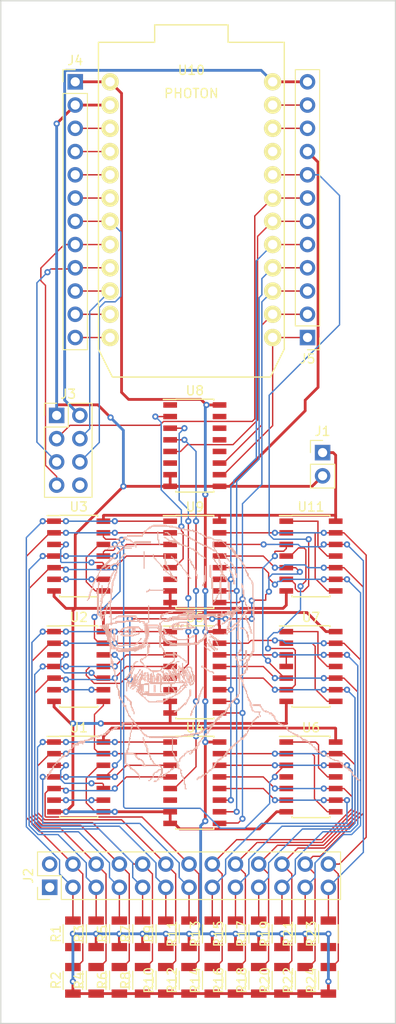
<source format=kicad_pcb>
(kicad_pcb (version 4) (host pcbnew 4.0.7)
  (layers (0 F.Cu signal) (31 B.Cu signal) (36 B.SilkS user) (37 F.SilkS user) (38 B.Mask user) (39 F.Mask user) (44 Edge.Cuts user))
  (net 0 "")
  (net 1 VCC)
  (net 2 GND)
  (net 3 "Net-(J2-Pad1)")
  (net 4 "Net-(J2-Pad2)")
  (net 5 /i0)
  (net 6 /i1)
  (net 7 /i2)
  (net 8 /i3)
  (net 9 /i4)
  (net 10 /i5)
  (net 11 /i6)
  (net 12 /i7)
  (net 13 /i8)
  (net 14 /i9)
  (net 15 /i10)
  (net 16 /i11)
  (net 17 /i12)
  (net 18 /i13)
  (net 19 /i14)
  (net 20 /i15)
  (net 21 /i16)
  (net 22 /i17)
  (net 23 /i18)
  (net 24 /i19)
  (net 25 /i20)
  (net 26 /i21)
  (net 27 /i22)
  (net 28 /i23)
  (net 29 /3v3)
  (net 30 /ph19)
  (net 31 /ph9)
  (net 32 /ph7)
  (net 33 /ph8)
  (net 34 /rf_irq)
  (net 35 /ph3)
  (net 36 /ph4)
  (net 37 /ph5)
  (net 38 /ph6)
  (net 39 /ph10)
  (net 40 /ph11)
  (net 41 /ph12)
  (net 42 /m4)
  (net 43 /m3)
  (net 44 /m2)
  (net 45 /m1)
  (net 46 /m0)
  (net 47 /mux_out)
  (net 48 /or_out)
  (net 49 /ph22)
  (net 50 /ph23)
  (net 51 /o0_0)
  (net 52 /o0_1)
  (net 53 /o1_0)
  (net 54 /o2_0)
  (net 55 /o1_1)
  (net 56 /o0_2)
  (net 57 /o0_3)
  (net 58 /o3_0)
  (net 59 /o2_1)
  (net 60 /o0_4)
  (net 61 /o0_5)
  (net 62 /o1_2)
  (net 63 /o1_3)
  (net 64 /mux_a)
  (net 65 "Net-(U4-Pad6)")
  (net 66 /mux_b)
  (net 67 "Net-(U5-Pad6)")
  (net 68 /o0_7)
  (net 69 /o0_6)
  (net 70 /o2_2)
  (net 71 /o0_8)
  (net 72 /o0_9)
  (net 73 /o1_4)
  (net 74 /o1_5)
  (net 75 "Net-(U8-Pad1)")
  (net 76 /mux_c)
  (net 77 "Net-(U8-Pad6)")
  (net 78 "Net-(U8-Pad12)")
  (net 79 "Net-(U8-Pad13)")
  (net 80 "Net-(U8-Pad14)")
  (net 81 "Net-(U8-Pad15)")
  (net 82 "Net-(U9-Pad6)")
  (net 83 /o0_10)
  (net 84 /o0_11)
  (net 85 "Net-(U6-Pad4)")
  (net 86 "Net-(U6-Pad5)")
  (net 87 "Net-(U6-Pad6)")
  (module Housings_SOIC:SOIC-16_3.9x9.9mm_Pitch1.27mm (layer F.Cu) (at 33.2994 60.6806)
    (fp_text reference U8 (at 0 -6) (layer F.SilkS))
    (fp_text value 74LS151)
    (pad 1 smd rect (at -2.7 -4.445) (size 1.5 0.6) (layers F.Cu F.Mask) (net 75 "Net-(U8-Pad1)"))
    (pad 2 smd rect (at -2.7 -3.175) (size 1.5 0.6) (layers F.Cu F.Mask) (net 76 /mux_c))
    (pad 3 smd rect (at -2.7 -1.905) (size 1.5 0.6) (layers F.Cu F.Mask) (net 66 /mux_b))
    (pad 4 smd rect (at -2.7 -0.635) (size 1.5 0.6) (layers F.Cu F.Mask) (net 64 /mux_a))
    (pad 5 smd rect (at -2.7 0.635) (size 1.5 0.6) (layers F.Cu F.Mask) (net 47 /mux_out))
    (pad 6 smd rect (at -2.7 1.905) (size 1.5 0.6) (layers F.Cu F.Mask) (net 77 "Net-(U8-Pad6)"))
    (pad 7 smd rect (at -2.7 3.175) (size 1.5 0.6) (layers F.Cu F.Mask) (net 2 GND))
    (pad 8 smd rect (at -2.7 4.445) (size 1.5 0.6) (layers F.Cu F.Mask) (net 2 GND))
    (pad 9 smd rect (at 2.7 4.445) (size 1.5 0.6) (layers F.Cu F.Mask) (net 2 GND))
    (pad 10 smd rect (at 2.7 3.175) (size 1.5 0.6) (layers F.Cu F.Mask) (net 42 /m4))
    (pad 11 smd rect (at 2.7 1.905) (size 1.5 0.6) (layers F.Cu F.Mask) (net 43 /m3))
    (pad 12 smd rect (at 2.7 0.635) (size 1.5 0.6) (layers F.Cu F.Mask) (net 78 "Net-(U8-Pad12)"))
    (pad 13 smd rect (at 2.7 -0.635) (size 1.5 0.6) (layers F.Cu F.Mask) (net 79 "Net-(U8-Pad13)"))
    (pad 14 smd rect (at 2.7 -1.905) (size 1.5 0.6) (layers F.Cu F.Mask) (net 80 "Net-(U8-Pad14)"))
    (pad 15 smd rect (at 2.7 -3.175) (size 1.5 0.6) (layers F.Cu F.Mask) (net 81 "Net-(U8-Pad15)"))
    (pad 16 smd rect (at 2.7 -4.445) (size 1.5 0.6) (layers F.Cu F.Mask) (net 1 VCC))
  )
  (module Housings_SOIC:SOIC-14_3.9x8.7mm_Pitch1.27mm (layer F.Cu) (at 45.9994 96.8756)
    (fp_text reference U6 (at 0 -5.375) (layer F.SilkS))
    (fp_text value 74LS32)
    (pad 1 smd rect (at -2.7 -3.81) (size 1.5 0.6) (layers F.Cu F.Mask) (net 68 /o0_7))
    (pad 2 smd rect (at -2.7 -2.54) (size 1.5 0.6) (layers F.Cu F.Mask) (net 69 /o0_6))
    (pad 3 smd rect (at -2.7 -1.27) (size 1.5 0.6) (layers F.Cu F.Mask) (net 63 /o1_3))
    (pad 4 smd rect (at -2.7 0) (size 1.5 0.6) (layers F.Cu F.Mask) (net 85 "Net-(U6-Pad4)"))
    (pad 5 smd rect (at -2.7 1.27) (size 1.5 0.6) (layers F.Cu F.Mask) (net 86 "Net-(U6-Pad5)"))
    (pad 6 smd rect (at -2.7 2.54) (size 1.5 0.6) (layers F.Cu F.Mask) (net 87 "Net-(U6-Pad6)"))
    (pad 7 smd rect (at -2.7 3.81) (size 1.5 0.6) (layers F.Cu F.Mask) (net 2 GND))
    (pad 8 smd rect (at 2.7 3.81) (size 1.5 0.6) (layers F.Cu F.Mask) (net 69 /o0_6))
    (pad 9 smd rect (at 2.7 2.54) (size 1.5 0.6) (layers F.Cu F.Mask) (net 17 /i12))
    (pad 10 smd rect (at 2.7 1.27) (size 1.5 0.6) (layers F.Cu F.Mask) (net 18 /i13))
    (pad 11 smd rect (at 2.7 0) (size 1.5 0.6) (layers F.Cu F.Mask) (net 68 /o0_7))
    (pad 12 smd rect (at 2.7 -1.27) (size 1.5 0.6) (layers F.Cu F.Mask) (net 19 /i14))
    (pad 13 smd rect (at 2.7 -2.54) (size 1.5 0.6) (layers F.Cu F.Mask) (net 20 /i15))
    (pad 14 smd rect (at 2.7 -3.81) (size 1.5 0.6) (layers F.Cu F.Mask) (net 1 VCC))
  )
  (module Pin_Headers:Pin_Header_Straight_1x02_Pitch2.54mm (layer F.Cu) (at 47.2694 61.4426)
    (fp_text reference J1 (at 0 -2.33) (layer F.SilkS))
    (fp_text value Conn_01x02_Female)
    (pad 1 thru_hole rect (at 0 0) (size 1.7 1.7) (drill 1) (layers *.Cu *.Mask) (net 1 VCC))
    (pad 2 thru_hole oval (at 0 2.54) (size 1.7 1.7) (drill 1) (layers *.Cu *.Mask) (net 2 GND))
  )
  (module Pin_Headers:Pin_Header_Straight_2x13_Pitch2.54mm (layer F.Cu) (at 17.4244 108.9406 90)
    (fp_text reference J2 (at 1.27 -2.33 90) (layer F.SilkS))
    (fp_text value Conn_01x26_Male)
    (pad 1 thru_hole rect (at 0 0 90) (size 1.7 1.7) (drill 1) (layers *.Cu *.Mask) (net 3 "Net-(J2-Pad1)"))
    (pad 2 thru_hole oval (at 2.54 0 90) (size 1.7 1.7) (drill 1) (layers *.Cu *.Mask) (net 4 "Net-(J2-Pad2)"))
    (pad 3 thru_hole oval (at 0 2.54 90) (size 1.7 1.7) (drill 1) (layers *.Cu *.Mask) (net 5 /i0))
    (pad 4 thru_hole oval (at 2.54 2.54 90) (size 1.7 1.7) (drill 1) (layers *.Cu *.Mask) (net 6 /i1))
    (pad 5 thru_hole oval (at 0 5.08 90) (size 1.7 1.7) (drill 1) (layers *.Cu *.Mask) (net 7 /i2))
    (pad 6 thru_hole oval (at 2.54 5.08 90) (size 1.7 1.7) (drill 1) (layers *.Cu *.Mask) (net 8 /i3))
    (pad 7 thru_hole oval (at 0 7.62 90) (size 1.7 1.7) (drill 1) (layers *.Cu *.Mask) (net 9 /i4))
    (pad 8 thru_hole oval (at 2.54 7.62 90) (size 1.7 1.7) (drill 1) (layers *.Cu *.Mask) (net 10 /i5))
    (pad 9 thru_hole oval (at 0 10.16 90) (size 1.7 1.7) (drill 1) (layers *.Cu *.Mask) (net 11 /i6))
    (pad 10 thru_hole oval (at 2.54 10.16 90) (size 1.7 1.7) (drill 1) (layers *.Cu *.Mask) (net 12 /i7))
    (pad 11 thru_hole oval (at 0 12.7 90) (size 1.7 1.7) (drill 1) (layers *.Cu *.Mask) (net 13 /i8))
    (pad 12 thru_hole oval (at 2.54 12.7 90) (size 1.7 1.7) (drill 1) (layers *.Cu *.Mask) (net 14 /i9))
    (pad 13 thru_hole oval (at 0 15.24 90) (size 1.7 1.7) (drill 1) (layers *.Cu *.Mask) (net 15 /i10))
    (pad 14 thru_hole oval (at 2.54 15.24 90) (size 1.7 1.7) (drill 1) (layers *.Cu *.Mask) (net 16 /i11))
    (pad 15 thru_hole oval (at 0 17.78 90) (size 1.7 1.7) (drill 1) (layers *.Cu *.Mask) (net 17 /i12))
    (pad 16 thru_hole oval (at 2.54 17.78 90) (size 1.7 1.7) (drill 1) (layers *.Cu *.Mask) (net 18 /i13))
    (pad 17 thru_hole oval (at 0 20.32 90) (size 1.7 1.7) (drill 1) (layers *.Cu *.Mask) (net 19 /i14))
    (pad 18 thru_hole oval (at 2.54 20.32 90) (size 1.7 1.7) (drill 1) (layers *.Cu *.Mask) (net 20 /i15))
    (pad 19 thru_hole oval (at 0 22.86 90) (size 1.7 1.7) (drill 1) (layers *.Cu *.Mask) (net 21 /i16))
    (pad 20 thru_hole oval (at 2.54 22.86 90) (size 1.7 1.7) (drill 1) (layers *.Cu *.Mask) (net 22 /i17))
    (pad 21 thru_hole oval (at 0 25.4 90) (size 1.7 1.7) (drill 1) (layers *.Cu *.Mask) (net 23 /i18))
    (pad 22 thru_hole oval (at 2.54 25.4 90) (size 1.7 1.7) (drill 1) (layers *.Cu *.Mask) (net 24 /i19))
    (pad 23 thru_hole oval (at 0 27.94 90) (size 1.7 1.7) (drill 1) (layers *.Cu *.Mask) (net 25 /i20))
    (pad 24 thru_hole oval (at 2.54 27.94 90) (size 1.7 1.7) (drill 1) (layers *.Cu *.Mask) (net 26 /i21))
    (pad 25 thru_hole oval (at 0 30.48 90) (size 1.7 1.7) (drill 1) (layers *.Cu *.Mask) (net 27 /i22))
    (pad 26 thru_hole oval (at 2.54 30.48 90) (size 1.7 1.7) (drill 1) (layers *.Cu *.Mask) (net 28 /i23))
  )
  (module Pin_Headers:Pin_Header_Straight_2x04_Pitch2.54mm (layer F.Cu) (at 18.1864 57.3786)
    (fp_text reference J3 (at 1.27 -2.33) (layer F.SilkS))
    (fp_text value Conn_01x08_Female)
    (pad 1 thru_hole rect (at 0 0) (size 1.7 1.7) (drill 1) (layers *.Cu *.Mask) (net 2 GND))
    (pad 2 thru_hole oval (at 2.54 0) (size 1.7 1.7) (drill 1) (layers *.Cu *.Mask) (net 29 /3v3))
    (pad 3 thru_hole oval (at 0 2.54) (size 1.7 1.7) (drill 1) (layers *.Cu *.Mask) (net 30 /ph19))
    (pad 4 thru_hole oval (at 2.54 2.54) (size 1.7 1.7) (drill 1) (layers *.Cu *.Mask) (net 39 /ph10))
    (pad 5 thru_hole oval (at 0 5.08) (size 1.7 1.7) (drill 1) (layers *.Cu *.Mask) (net 31 /ph9))
    (pad 6 thru_hole oval (at 2.54 5.08) (size 1.7 1.7) (drill 1) (layers *.Cu *.Mask) (net 32 /ph7))
    (pad 7 thru_hole oval (at 0 7.62) (size 1.7 1.7) (drill 1) (layers *.Cu *.Mask) (net 33 /ph8))
    (pad 8 thru_hole oval (at 2.54 7.62) (size 1.7 1.7) (drill 1) (layers *.Cu *.Mask) (net 34 /rf_irq))
  )
  (module Pin_Headers:Pin_Header_Straight_1x12_Pitch2.54mm (layer F.Cu) (at 20.2184 20.9296)
    (fp_text reference J4 (at 0 -2.33) (layer F.SilkS))
    (fp_text value Conn_01x12_Female)
    (pad 1 thru_hole rect (at 0 0) (size 1.7 1.7) (drill 1) (layers *.Cu *.Mask) (net 1 VCC))
    (pad 2 thru_hole oval (at 0 2.54) (size 1.7 1.7) (drill 1) (layers *.Cu *.Mask) (net 2 GND))
    (pad 3 thru_hole oval (at 0 5.08) (size 1.7 1.7) (drill 1) (layers *.Cu *.Mask) (net 35 /ph3))
    (pad 4 thru_hole oval (at 0 7.62) (size 1.7 1.7) (drill 1) (layers *.Cu *.Mask) (net 36 /ph4))
    (pad 5 thru_hole oval (at 0 10.16) (size 1.7 1.7) (drill 1) (layers *.Cu *.Mask) (net 37 /ph5))
    (pad 6 thru_hole oval (at 0 12.7) (size 1.7 1.7) (drill 1) (layers *.Cu *.Mask) (net 38 /ph6))
    (pad 7 thru_hole oval (at 0 15.24) (size 1.7 1.7) (drill 1) (layers *.Cu *.Mask) (net 32 /ph7))
    (pad 8 thru_hole oval (at 0 17.78) (size 1.7 1.7) (drill 1) (layers *.Cu *.Mask) (net 33 /ph8))
    (pad 9 thru_hole oval (at 0 20.32) (size 1.7 1.7) (drill 1) (layers *.Cu *.Mask) (net 31 /ph9))
    (pad 10 thru_hole oval (at 0 22.86) (size 1.7 1.7) (drill 1) (layers *.Cu *.Mask) (net 39 /ph10))
    (pad 11 thru_hole oval (at 0 25.4) (size 1.7 1.7) (drill 1) (layers *.Cu *.Mask) (net 40 /ph11))
    (pad 12 thru_hole oval (at 0 27.94) (size 1.7 1.7) (drill 1) (layers *.Cu *.Mask) (net 41 /ph12))
  )
  (module Pin_Headers:Pin_Header_Straight_1x12_Pitch2.54mm (layer F.Cu) (at 45.6184 48.8696 180)
    (fp_text reference J5 (at 0 -2.33 180) (layer F.SilkS))
    (fp_text value Conn_01x12_Female)
    (pad 1 thru_hole rect (at 0 0 180) (size 1.7 1.7) (drill 1) (layers *.Cu *.Mask) (net 42 /m4))
    (pad 2 thru_hole oval (at 0 2.54 180) (size 1.7 1.7) (drill 1) (layers *.Cu *.Mask) (net 43 /m3))
    (pad 3 thru_hole oval (at 0 5.08 180) (size 1.7 1.7) (drill 1) (layers *.Cu *.Mask) (net 44 /m2))
    (pad 4 thru_hole oval (at 0 7.62 180) (size 1.7 1.7) (drill 1) (layers *.Cu *.Mask) (net 45 /m1))
    (pad 5 thru_hole oval (at 0 10.16 180) (size 1.7 1.7) (drill 1) (layers *.Cu *.Mask) (net 46 /m0))
    (pad 6 thru_hole oval (at 0 12.7 180) (size 1.7 1.7) (drill 1) (layers *.Cu *.Mask) (net 47 /mux_out))
    (pad 7 thru_hole oval (at 0 15.24 180) (size 1.7 1.7) (drill 1) (layers *.Cu *.Mask) (net 30 /ph19))
    (pad 8 thru_hole oval (at 0 17.78 180) (size 1.7 1.7) (drill 1) (layers *.Cu *.Mask) (net 48 /or_out))
    (pad 9 thru_hole oval (at 0 20.32 180) (size 1.7 1.7) (drill 1) (layers *.Cu *.Mask) (net 2 GND))
    (pad 10 thru_hole oval (at 0 22.86 180) (size 1.7 1.7) (drill 1) (layers *.Cu *.Mask) (net 49 /ph22))
    (pad 11 thru_hole oval (at 0 25.4 180) (size 1.7 1.7) (drill 1) (layers *.Cu *.Mask) (net 50 /ph23))
    (pad 12 thru_hole oval (at 0 27.94 180) (size 1.7 1.7) (drill 1) (layers *.Cu *.Mask) (net 29 /3v3))
  )
  (module Resistors_SMD:R_1206 (layer F.Cu) (at 19.9644 114.0206 90)
    (fp_text reference R1 (at 0 -1.85 90) (layer F.SilkS))
    (fp_text value R)
    (pad 1 smd rect (at -1.45 0 90) (size 0.9 1.7) (layers F.Cu F.Mask) (net 1 VCC))
    (pad 2 smd rect (at 1.45 0 90) (size 0.9 1.7) (layers F.Cu F.Mask) (net 5 /i0))
  )
  (module Resistors_SMD:R_1206 (layer F.Cu) (at 19.9644 119.1006 90)
    (fp_text reference R2 (at 0 -1.85 90) (layer F.SilkS))
    (fp_text value R)
    (pad 1 smd rect (at -1.45 0 90) (size 0.9 1.7) (layers F.Cu F.Mask) (net 1 VCC))
    (pad 2 smd rect (at 1.45 0 90) (size 0.9 1.7) (layers F.Cu F.Mask) (net 6 /i1))
  )
  (module Resistors_SMD:R_1206 (layer F.Cu) (at 22.5044 114.0206 90)
    (fp_text reference R3 (at 0 -1.85 90) (layer F.SilkS))
    (fp_text value R)
    (pad 1 smd rect (at -1.45 0 90) (size 0.9 1.7) (layers F.Cu F.Mask) (net 1 VCC))
    (pad 2 smd rect (at 1.45 0 90) (size 0.9 1.7) (layers F.Cu F.Mask) (net 7 /i2))
  )
  (module Resistors_SMD:R_1206 (layer F.Cu) (at 22.5044 119.1006 90)
    (fp_text reference R4 (at 0 -1.85 90) (layer F.SilkS))
    (fp_text value R)
    (pad 1 smd rect (at -1.45 0 90) (size 0.9 1.7) (layers F.Cu F.Mask) (net 1 VCC))
    (pad 2 smd rect (at 1.45 0 90) (size 0.9 1.7) (layers F.Cu F.Mask) (net 8 /i3))
  )
  (module Resistors_SMD:R_1206 (layer F.Cu) (at 25.0444 114.0206 90)
    (fp_text reference R5 (at 0 -1.85 90) (layer F.SilkS))
    (fp_text value R)
    (pad 1 smd rect (at -1.45 0 90) (size 0.9 1.7) (layers F.Cu F.Mask) (net 1 VCC))
    (pad 2 smd rect (at 1.45 0 90) (size 0.9 1.7) (layers F.Cu F.Mask) (net 9 /i4))
  )
  (module Resistors_SMD:R_1206 (layer F.Cu) (at 25.0444 119.1006 90)
    (fp_text reference R6 (at 0 -1.85 90) (layer F.SilkS))
    (fp_text value R)
    (pad 1 smd rect (at -1.45 0 90) (size 0.9 1.7) (layers F.Cu F.Mask) (net 1 VCC))
    (pad 2 smd rect (at 1.45 0 90) (size 0.9 1.7) (layers F.Cu F.Mask) (net 10 /i5))
  )
  (module Resistors_SMD:R_1206 (layer F.Cu) (at 27.5844 114.0206 90)
    (fp_text reference R7 (at 0 -1.85 90) (layer F.SilkS))
    (fp_text value R)
    (pad 1 smd rect (at -1.45 0 90) (size 0.9 1.7) (layers F.Cu F.Mask) (net 1 VCC))
    (pad 2 smd rect (at 1.45 0 90) (size 0.9 1.7) (layers F.Cu F.Mask) (net 11 /i6))
  )
  (module Resistors_SMD:R_1206 (layer F.Cu) (at 27.5844 119.1006 90)
    (fp_text reference R8 (at 0 -1.85 90) (layer F.SilkS))
    (fp_text value R)
    (pad 1 smd rect (at -1.45 0 90) (size 0.9 1.7) (layers F.Cu F.Mask) (net 1 VCC))
    (pad 2 smd rect (at 1.45 0 90) (size 0.9 1.7) (layers F.Cu F.Mask) (net 12 /i7))
  )
  (module Resistors_SMD:R_1206 (layer F.Cu) (at 30.1244 114.0206 90)
    (fp_text reference R9 (at 0 -1.85 90) (layer F.SilkS))
    (fp_text value R)
    (pad 1 smd rect (at -1.45 0 90) (size 0.9 1.7) (layers F.Cu F.Mask) (net 1 VCC))
    (pad 2 smd rect (at 1.45 0 90) (size 0.9 1.7) (layers F.Cu F.Mask) (net 13 /i8))
  )
  (module Resistors_SMD:R_1206 (layer F.Cu) (at 30.1244 119.1006 90)
    (fp_text reference R10 (at 0 -1.85 90) (layer F.SilkS))
    (fp_text value R)
    (pad 1 smd rect (at -1.45 0 90) (size 0.9 1.7) (layers F.Cu F.Mask) (net 1 VCC))
    (pad 2 smd rect (at 1.45 0 90) (size 0.9 1.7) (layers F.Cu F.Mask) (net 14 /i9))
  )
  (module Resistors_SMD:R_1206 (layer F.Cu) (at 32.6644 114.0206 90)
    (fp_text reference R11 (at 0 -1.85 90) (layer F.SilkS))
    (fp_text value R)
    (pad 1 smd rect (at -1.45 0 90) (size 0.9 1.7) (layers F.Cu F.Mask) (net 1 VCC))
    (pad 2 smd rect (at 1.45 0 90) (size 0.9 1.7) (layers F.Cu F.Mask) (net 15 /i10))
  )
  (module Resistors_SMD:R_1206 (layer F.Cu) (at 32.6644 119.1006 90)
    (fp_text reference R12 (at 0 -1.85 90) (layer F.SilkS))
    (fp_text value R)
    (pad 1 smd rect (at -1.45 0 90) (size 0.9 1.7) (layers F.Cu F.Mask) (net 1 VCC))
    (pad 2 smd rect (at 1.45 0 90) (size 0.9 1.7) (layers F.Cu F.Mask) (net 16 /i11))
  )
  (module Resistors_SMD:R_1206 (layer F.Cu) (at 35.2044 114.0206 90)
    (fp_text reference R13 (at 0 -1.85 90) (layer F.SilkS))
    (fp_text value R)
    (pad 1 smd rect (at -1.45 0 90) (size 0.9 1.7) (layers F.Cu F.Mask) (net 1 VCC))
    (pad 2 smd rect (at 1.45 0 90) (size 0.9 1.7) (layers F.Cu F.Mask) (net 17 /i12))
  )
  (module Resistors_SMD:R_1206 (layer F.Cu) (at 35.2044 119.1006 90)
    (fp_text reference R14 (at 0 -1.85 90) (layer F.SilkS))
    (fp_text value R)
    (pad 1 smd rect (at -1.45 0 90) (size 0.9 1.7) (layers F.Cu F.Mask) (net 1 VCC))
    (pad 2 smd rect (at 1.45 0 90) (size 0.9 1.7) (layers F.Cu F.Mask) (net 18 /i13))
  )
  (module Resistors_SMD:R_1206 (layer F.Cu) (at 37.7444 114.0206 90)
    (fp_text reference R15 (at 0 -1.85 90) (layer F.SilkS))
    (fp_text value R)
    (pad 1 smd rect (at -1.45 0 90) (size 0.9 1.7) (layers F.Cu F.Mask) (net 1 VCC))
    (pad 2 smd rect (at 1.45 0 90) (size 0.9 1.7) (layers F.Cu F.Mask) (net 19 /i14))
  )
  (module Resistors_SMD:R_1206 (layer F.Cu) (at 37.7444 119.1006 90)
    (fp_text reference R16 (at 0 -1.85 90) (layer F.SilkS))
    (fp_text value R)
    (pad 1 smd rect (at -1.45 0 90) (size 0.9 1.7) (layers F.Cu F.Mask) (net 1 VCC))
    (pad 2 smd rect (at 1.45 0 90) (size 0.9 1.7) (layers F.Cu F.Mask) (net 20 /i15))
  )
  (module Resistors_SMD:R_1206 (layer F.Cu) (at 40.2844 114.0206 90)
    (fp_text reference R17 (at 0 -1.85 90) (layer F.SilkS))
    (fp_text value R)
    (pad 1 smd rect (at -1.45 0 90) (size 0.9 1.7) (layers F.Cu F.Mask) (net 1 VCC))
    (pad 2 smd rect (at 1.45 0 90) (size 0.9 1.7) (layers F.Cu F.Mask) (net 21 /i16))
  )
  (module Resistors_SMD:R_1206 (layer F.Cu) (at 40.2844 119.1006 90)
    (fp_text reference R18 (at 0 -1.85 90) (layer F.SilkS))
    (fp_text value R)
    (pad 1 smd rect (at -1.45 0 90) (size 0.9 1.7) (layers F.Cu F.Mask) (net 1 VCC))
    (pad 2 smd rect (at 1.45 0 90) (size 0.9 1.7) (layers F.Cu F.Mask) (net 22 /i17))
  )
  (module Resistors_SMD:R_1206 (layer F.Cu) (at 42.8244 114.0206 90)
    (fp_text reference R19 (at 0 -1.85 90) (layer F.SilkS))
    (fp_text value R)
    (pad 1 smd rect (at -1.45 0 90) (size 0.9 1.7) (layers F.Cu F.Mask) (net 1 VCC))
    (pad 2 smd rect (at 1.45 0 90) (size 0.9 1.7) (layers F.Cu F.Mask) (net 23 /i18))
  )
  (module Resistors_SMD:R_1206 (layer F.Cu) (at 42.8244 119.1006 90)
    (fp_text reference R20 (at 0 -1.85 90) (layer F.SilkS))
    (fp_text value R)
    (pad 1 smd rect (at -1.45 0 90) (size 0.9 1.7) (layers F.Cu F.Mask) (net 1 VCC))
    (pad 2 smd rect (at 1.45 0 90) (size 0.9 1.7) (layers F.Cu F.Mask) (net 24 /i19))
  )
  (module Resistors_SMD:R_1206 (layer F.Cu) (at 45.3644 114.0206 90)
    (fp_text reference R21 (at 0 -1.85 90) (layer F.SilkS))
    (fp_text value R)
    (pad 1 smd rect (at -1.45 0 90) (size 0.9 1.7) (layers F.Cu F.Mask) (net 1 VCC))
    (pad 2 smd rect (at 1.45 0 90) (size 0.9 1.7) (layers F.Cu F.Mask) (net 25 /i20))
  )
  (module Resistors_SMD:R_1206 (layer F.Cu) (at 45.3644 119.1006 90)
    (fp_text reference R22 (at 0 -1.85 90) (layer F.SilkS))
    (fp_text value R)
    (pad 1 smd rect (at -1.45 0 90) (size 0.9 1.7) (layers F.Cu F.Mask) (net 1 VCC))
    (pad 2 smd rect (at 1.45 0 90) (size 0.9 1.7) (layers F.Cu F.Mask) (net 26 /i21))
  )
  (module Resistors_SMD:R_1206 (layer F.Cu) (at 47.9044 114.0206 90)
    (fp_text reference R23 (at 0 -1.85 90) (layer F.SilkS))
    (fp_text value R)
    (pad 1 smd rect (at -1.45 0 90) (size 0.9 1.7) (layers F.Cu F.Mask) (net 1 VCC))
    (pad 2 smd rect (at 1.45 0 90) (size 0.9 1.7) (layers F.Cu F.Mask) (net 27 /i22))
  )
  (module Resistors_SMD:R_1206 (layer F.Cu) (at 47.9044 119.1006 90)
    (fp_text reference R24 (at 0 -1.85 90) (layer F.SilkS))
    (fp_text value R)
    (pad 1 smd rect (at -1.45 0 90) (size 0.9 1.7) (layers F.Cu F.Mask) (net 1 VCC))
    (pad 2 smd rect (at 1.45 0 90) (size 0.9 1.7) (layers F.Cu F.Mask) (net 28 /i23))
  )
  (module Housings_SOIC:SOIC-14_3.9x8.7mm_Pitch1.27mm (layer F.Cu) (at 20.5994 96.8756)
    (fp_text reference U1 (at 0 -5.375) (layer F.SilkS))
    (fp_text value 74LS32)
    (pad 1 smd rect (at -2.7 -3.81) (size 1.5 0.6) (layers F.Cu F.Mask) (net 13 /i8))
    (pad 2 smd rect (at -2.7 -2.54) (size 1.5 0.6) (layers F.Cu F.Mask) (net 14 /i9))
    (pad 3 smd rect (at -2.7 -1.27) (size 1.5 0.6) (layers F.Cu F.Mask) (net 51 /o0_0))
    (pad 4 smd rect (at -2.7 0) (size 1.5 0.6) (layers F.Cu F.Mask) (net 15 /i10))
    (pad 5 smd rect (at -2.7 1.27) (size 1.5 0.6) (layers F.Cu F.Mask) (net 16 /i11))
    (pad 6 smd rect (at -2.7 2.54) (size 1.5 0.6) (layers F.Cu F.Mask) (net 52 /o0_1))
    (pad 7 smd rect (at -2.7 3.81) (size 1.5 0.6) (layers F.Cu F.Mask) (net 2 GND))
    (pad 8 smd rect (at 2.7 3.81) (size 1.5 0.6) (layers F.Cu F.Mask) (net 53 /o1_0))
    (pad 9 smd rect (at 2.7 2.54) (size 1.5 0.6) (layers F.Cu F.Mask) (net 52 /o0_1))
    (pad 10 smd rect (at 2.7 1.27) (size 1.5 0.6) (layers F.Cu F.Mask) (net 51 /o0_0))
    (pad 11 smd rect (at 2.7 0) (size 1.5 0.6) (layers F.Cu F.Mask) (net 54 /o2_0))
    (pad 12 smd rect (at 2.7 -1.27) (size 1.5 0.6) (layers F.Cu F.Mask) (net 53 /o1_0))
    (pad 13 smd rect (at 2.7 -2.54) (size 1.5 0.6) (layers F.Cu F.Mask) (net 55 /o1_1))
    (pad 14 smd rect (at 2.7 -3.81) (size 1.5 0.6) (layers F.Cu F.Mask) (net 1 VCC))
  )
  (module Housings_SOIC:SOIC-14_3.9x8.7mm_Pitch1.27mm (layer F.Cu) (at 20.5994 84.8106)
    (fp_text reference U2 (at 0 -5.375) (layer F.SilkS))
    (fp_text value 74LS32)
    (pad 1 smd rect (at -2.7 -3.81) (size 1.5 0.6) (layers F.Cu F.Mask) (net 9 /i4))
    (pad 2 smd rect (at -2.7 -2.54) (size 1.5 0.6) (layers F.Cu F.Mask) (net 10 /i5))
    (pad 3 smd rect (at -2.7 -1.27) (size 1.5 0.6) (layers F.Cu F.Mask) (net 56 /o0_2))
    (pad 4 smd rect (at -2.7 0) (size 1.5 0.6) (layers F.Cu F.Mask) (net 11 /i6))
    (pad 5 smd rect (at -2.7 1.27) (size 1.5 0.6) (layers F.Cu F.Mask) (net 12 /i7))
    (pad 6 smd rect (at -2.7 2.54) (size 1.5 0.6) (layers F.Cu F.Mask) (net 57 /o0_3))
    (pad 7 smd rect (at -2.7 3.81) (size 1.5 0.6) (layers F.Cu F.Mask) (net 2 GND))
    (pad 8 smd rect (at 2.7 3.81) (size 1.5 0.6) (layers F.Cu F.Mask) (net 55 /o1_1))
    (pad 9 smd rect (at 2.7 2.54) (size 1.5 0.6) (layers F.Cu F.Mask) (net 57 /o0_3))
    (pad 10 smd rect (at 2.7 1.27) (size 1.5 0.6) (layers F.Cu F.Mask) (net 56 /o0_2))
    (pad 11 smd rect (at 2.7 0) (size 1.5 0.6) (layers F.Cu F.Mask) (net 58 /o3_0))
    (pad 12 smd rect (at 2.7 -1.27) (size 1.5 0.6) (layers F.Cu F.Mask) (net 54 /o2_0))
    (pad 13 smd rect (at 2.7 -2.54) (size 1.5 0.6) (layers F.Cu F.Mask) (net 59 /o2_1))
    (pad 14 smd rect (at 2.7 -3.81) (size 1.5 0.6) (layers F.Cu F.Mask) (net 1 VCC))
  )
  (module Housings_SOIC:SOIC-14_3.9x8.7mm_Pitch1.27mm (layer F.Cu) (at 20.5994 72.7456)
    (fp_text reference U3 (at 0 -5.375) (layer F.SilkS))
    (fp_text value 74LS32)
    (pad 1 smd rect (at -2.7 -3.81) (size 1.5 0.6) (layers F.Cu F.Mask) (net 5 /i0))
    (pad 2 smd rect (at -2.7 -2.54) (size 1.5 0.6) (layers F.Cu F.Mask) (net 6 /i1))
    (pad 3 smd rect (at -2.7 -1.27) (size 1.5 0.6) (layers F.Cu F.Mask) (net 60 /o0_4))
    (pad 4 smd rect (at -2.7 0) (size 1.5 0.6) (layers F.Cu F.Mask) (net 7 /i2))
    (pad 5 smd rect (at -2.7 1.27) (size 1.5 0.6) (layers F.Cu F.Mask) (net 8 /i3))
    (pad 6 smd rect (at -2.7 2.54) (size 1.5 0.6) (layers F.Cu F.Mask) (net 61 /o0_5))
    (pad 7 smd rect (at -2.7 3.81) (size 1.5 0.6) (layers F.Cu F.Mask) (net 2 GND))
    (pad 8 smd rect (at 2.7 3.81) (size 1.5 0.6) (layers F.Cu F.Mask) (net 62 /o1_2))
    (pad 9 smd rect (at 2.7 2.54) (size 1.5 0.6) (layers F.Cu F.Mask) (net 61 /o0_5))
    (pad 10 smd rect (at 2.7 1.27) (size 1.5 0.6) (layers F.Cu F.Mask) (net 60 /o0_4))
    (pad 11 smd rect (at 2.7 0) (size 1.5 0.6) (layers F.Cu F.Mask) (net 59 /o2_1))
    (pad 12 smd rect (at 2.7 -1.27) (size 1.5 0.6) (layers F.Cu F.Mask) (net 62 /o1_2))
    (pad 13 smd rect (at 2.7 -2.54) (size 1.5 0.6) (layers F.Cu F.Mask) (net 63 /o1_3))
    (pad 14 smd rect (at 2.7 -3.81) (size 1.5 0.6) (layers F.Cu F.Mask) (net 1 VCC))
  )
  (module Housings_SOIC:SOIC-16_3.9x9.9mm_Pitch1.27mm (layer F.Cu) (at 33.2994 97.5106)
    (fp_text reference U4 (at 0 -6) (layer F.SilkS))
    (fp_text value 74LS151)
    (pad 1 smd rect (at -2.7 -4.445) (size 1.5 0.6) (layers F.Cu F.Mask) (net 13 /i8))
    (pad 2 smd rect (at -2.7 -3.175) (size 1.5 0.6) (layers F.Cu F.Mask) (net 14 /i9))
    (pad 3 smd rect (at -2.7 -1.905) (size 1.5 0.6) (layers F.Cu F.Mask) (net 15 /i10))
    (pad 4 smd rect (at -2.7 -0.635) (size 1.5 0.6) (layers F.Cu F.Mask) (net 16 /i11))
    (pad 5 smd rect (at -2.7 0.635) (size 1.5 0.6) (layers F.Cu F.Mask) (net 64 /mux_a))
    (pad 6 smd rect (at -2.7 1.905) (size 1.5 0.6) (layers F.Cu F.Mask) (net 65 "Net-(U4-Pad6)"))
    (pad 7 smd rect (at -2.7 3.175) (size 1.5 0.6) (layers F.Cu F.Mask) (net 2 GND))
    (pad 8 smd rect (at -2.7 4.445) (size 1.5 0.6) (layers F.Cu F.Mask) (net 2 GND))
    (pad 9 smd rect (at 2.7 4.445) (size 1.5 0.6) (layers F.Cu F.Mask) (net 44 /m2))
    (pad 10 smd rect (at 2.7 3.175) (size 1.5 0.6) (layers F.Cu F.Mask) (net 45 /m1))
    (pad 11 smd rect (at 2.7 1.905) (size 1.5 0.6) (layers F.Cu F.Mask) (net 46 /m0))
    (pad 12 smd rect (at 2.7 0.635) (size 1.5 0.6) (layers F.Cu F.Mask) (net 17 /i12))
    (pad 13 smd rect (at 2.7 -0.635) (size 1.5 0.6) (layers F.Cu F.Mask) (net 18 /i13))
    (pad 14 smd rect (at 2.7 -1.905) (size 1.5 0.6) (layers F.Cu F.Mask) (net 19 /i14))
    (pad 15 smd rect (at 2.7 -3.175) (size 1.5 0.6) (layers F.Cu F.Mask) (net 20 /i15))
    (pad 16 smd rect (at 2.7 -4.445) (size 1.5 0.6) (layers F.Cu F.Mask) (net 1 VCC))
  )
  (module Housings_SOIC:SOIC-16_3.9x9.9mm_Pitch1.27mm (layer F.Cu) (at 33.2994 85.4456)
    (fp_text reference U5 (at 0 -6) (layer F.SilkS))
    (fp_text value 74LS151)
    (pad 1 smd rect (at -2.7 -4.445) (size 1.5 0.6) (layers F.Cu F.Mask) (net 9 /i4))
    (pad 2 smd rect (at -2.7 -3.175) (size 1.5 0.6) (layers F.Cu F.Mask) (net 10 /i5))
    (pad 3 smd rect (at -2.7 -1.905) (size 1.5 0.6) (layers F.Cu F.Mask) (net 11 /i6))
    (pad 4 smd rect (at -2.7 -0.635) (size 1.5 0.6) (layers F.Cu F.Mask) (net 12 /i7))
    (pad 5 smd rect (at -2.7 0.635) (size 1.5 0.6) (layers F.Cu F.Mask) (net 66 /mux_b))
    (pad 6 smd rect (at -2.7 1.905) (size 1.5 0.6) (layers F.Cu F.Mask) (net 67 "Net-(U5-Pad6)"))
    (pad 7 smd rect (at -2.7 3.175) (size 1.5 0.6) (layers F.Cu F.Mask) (net 2 GND))
    (pad 8 smd rect (at -2.7 4.445) (size 1.5 0.6) (layers F.Cu F.Mask) (net 2 GND))
    (pad 9 smd rect (at 2.7 4.445) (size 1.5 0.6) (layers F.Cu F.Mask) (net 44 /m2))
    (pad 10 smd rect (at 2.7 3.175) (size 1.5 0.6) (layers F.Cu F.Mask) (net 45 /m1))
    (pad 11 smd rect (at 2.7 1.905) (size 1.5 0.6) (layers F.Cu F.Mask) (net 46 /m0))
    (pad 12 smd rect (at 2.7 0.635) (size 1.5 0.6) (layers F.Cu F.Mask) (net 21 /i16))
    (pad 13 smd rect (at 2.7 -0.635) (size 1.5 0.6) (layers F.Cu F.Mask) (net 22 /i17))
    (pad 14 smd rect (at 2.7 -1.905) (size 1.5 0.6) (layers F.Cu F.Mask) (net 23 /i18))
    (pad 15 smd rect (at 2.7 -3.175) (size 1.5 0.6) (layers F.Cu F.Mask) (net 24 /i19))
    (pad 16 smd rect (at 2.7 -4.445) (size 1.5 0.6) (layers F.Cu F.Mask) (net 1 VCC))
  )
  (module Housings_SOIC:SOIC-14_3.9x8.7mm_Pitch1.27mm (layer F.Cu) (at 45.9994 84.8106)
    (fp_text reference U7 (at 0 -5.375) (layer F.SilkS))
    (fp_text value 74LS32)
    (pad 1 smd rect (at -2.7 -3.81) (size 1.5 0.6) (layers F.Cu F.Mask) (net 72 /o0_9))
    (pad 2 smd rect (at -2.7 -2.54) (size 1.5 0.6) (layers F.Cu F.Mask) (net 71 /o0_8))
    (pad 3 smd rect (at -2.7 -1.27) (size 1.5 0.6) (layers F.Cu F.Mask) (net 73 /o1_4))
    (pad 4 smd rect (at -2.7 0) (size 1.5 0.6) (layers F.Cu F.Mask) (net 73 /o1_4))
    (pad 5 smd rect (at -2.7 1.27) (size 1.5 0.6) (layers F.Cu F.Mask) (net 74 /o1_5))
    (pad 6 smd rect (at -2.7 2.54) (size 1.5 0.6) (layers F.Cu F.Mask) (net 70 /o2_2))
    (pad 7 smd rect (at -2.7 3.81) (size 1.5 0.6) (layers F.Cu F.Mask) (net 2 GND))
    (pad 8 smd rect (at 2.7 3.81) (size 1.5 0.6) (layers F.Cu F.Mask) (net 71 /o0_8))
    (pad 9 smd rect (at 2.7 2.54) (size 1.5 0.6) (layers F.Cu F.Mask) (net 21 /i16))
    (pad 10 smd rect (at 2.7 1.27) (size 1.5 0.6) (layers F.Cu F.Mask) (net 22 /i17))
    (pad 11 smd rect (at 2.7 0) (size 1.5 0.6) (layers F.Cu F.Mask) (net 72 /o0_9))
    (pad 12 smd rect (at 2.7 -1.27) (size 1.5 0.6) (layers F.Cu F.Mask) (net 23 /i18))
    (pad 13 smd rect (at 2.7 -2.54) (size 1.5 0.6) (layers F.Cu F.Mask) (net 24 /i19))
    (pad 14 smd rect (at 2.7 -3.81) (size 1.5 0.6) (layers F.Cu F.Mask) (net 1 VCC))
  )
  (module Housings_SOIC:SOIC-16_3.9x9.9mm_Pitch1.27mm (layer F.Cu) (at 33.2994 73.3806)
    (fp_text reference U9 (at 0 -6) (layer F.SilkS))
    (fp_text value 74LS151)
    (pad 1 smd rect (at -2.7 -4.445) (size 1.5 0.6) (layers F.Cu F.Mask) (net 5 /i0))
    (pad 2 smd rect (at -2.7 -3.175) (size 1.5 0.6) (layers F.Cu F.Mask) (net 6 /i1))
    (pad 3 smd rect (at -2.7 -1.905) (size 1.5 0.6) (layers F.Cu F.Mask) (net 7 /i2))
    (pad 4 smd rect (at -2.7 -0.635) (size 1.5 0.6) (layers F.Cu F.Mask) (net 8 /i3))
    (pad 5 smd rect (at -2.7 0.635) (size 1.5 0.6) (layers F.Cu F.Mask) (net 76 /mux_c))
    (pad 6 smd rect (at -2.7 1.905) (size 1.5 0.6) (layers F.Cu F.Mask) (net 82 "Net-(U9-Pad6)"))
    (pad 7 smd rect (at -2.7 3.175) (size 1.5 0.6) (layers F.Cu F.Mask) (net 2 GND))
    (pad 8 smd rect (at -2.7 4.445) (size 1.5 0.6) (layers F.Cu F.Mask) (net 2 GND))
    (pad 9 smd rect (at 2.7 4.445) (size 1.5 0.6) (layers F.Cu F.Mask) (net 44 /m2))
    (pad 10 smd rect (at 2.7 3.175) (size 1.5 0.6) (layers F.Cu F.Mask) (net 45 /m1))
    (pad 11 smd rect (at 2.7 1.905) (size 1.5 0.6) (layers F.Cu F.Mask) (net 46 /m0))
    (pad 12 smd rect (at 2.7 0.635) (size 1.5 0.6) (layers F.Cu F.Mask) (net 25 /i20))
    (pad 13 smd rect (at 2.7 -0.635) (size 1.5 0.6) (layers F.Cu F.Mask) (net 26 /i21))
    (pad 14 smd rect (at 2.7 -1.905) (size 1.5 0.6) (layers F.Cu F.Mask) (net 27 /i22))
    (pad 15 smd rect (at 2.7 -3.175) (size 1.5 0.6) (layers F.Cu F.Mask) (net 28 /i23))
    (pad 16 smd rect (at 2.7 -4.445) (size 1.5 0.6) (layers F.Cu F.Mask) (net 1 VCC))
  )
  (module particle-boards:PHOTON (layer F.Cu) (at 32.9184 36.1696)
    (fp_text reference U10 (at 0 -16.51) (layer F.SilkS))
    (fp_text value PHOTON (at 0 -13.97) (layer F.SilkS))
    (fp_text user "" (at 0 19.05) (layer F.SilkS))
    (fp_text user "" (at 0 16.51) (layer F.SilkS))
    (fp_text user "" (at 0 13.97) (layer F.SilkS))
    (fp_text user "" (at 0 11.43) (layer F.SilkS))
    (pad 1 thru_hole circle (at -8.89 -15.24) (size 1.9 1.9) (drill 1.02) (layers *.Cu *.Mask F.SilkS) (net 1 VCC))
    (pad 2 thru_hole circle (at -8.89 -12.7) (size 1.9 1.9) (drill 1.02) (layers *.Cu *.Mask F.SilkS) (net 2 GND))
    (pad 3 thru_hole circle (at -8.89 -10.16) (size 1.9 1.9) (drill 1.02) (layers *.Cu *.Mask F.SilkS) (net 35 /ph3))
    (pad 4 thru_hole circle (at -8.89 -7.62) (size 1.9 1.9) (drill 1.02) (layers *.Cu *.Mask F.SilkS) (net 36 /ph4))
    (pad 5 thru_hole circle (at -8.89 -5.08) (size 1.9 1.9) (drill 1.02) (layers *.Cu *.Mask F.SilkS) (net 37 /ph5))
    (pad 6 thru_hole circle (at -8.89 -2.54) (size 1.9 1.9) (drill 1.02) (layers *.Cu *.Mask F.SilkS) (net 38 /ph6))
    (pad 7 thru_hole circle (at -8.89 0) (size 1.9 1.9) (drill 1.02) (layers *.Cu *.Mask F.SilkS) (net 32 /ph7))
    (pad 8 thru_hole circle (at -8.89 2.54) (size 1.9 1.9) (drill 1.02) (layers *.Cu *.Mask F.SilkS) (net 33 /ph8))
    (pad 9 thru_hole circle (at -8.89 5.08) (size 1.9 1.9) (drill 1.02) (layers *.Cu *.Mask F.SilkS) (net 31 /ph9))
    (pad 10 thru_hole circle (at -8.89 7.62) (size 1.9 1.9) (drill 1.02) (layers *.Cu *.Mask F.SilkS) (net 39 /ph10))
    (pad 11 thru_hole circle (at -8.89 10.16) (size 1.9 1.9) (drill 1.02) (layers *.Cu *.Mask F.SilkS) (net 40 /ph11))
    (pad 12 thru_hole circle (at -8.89 12.7) (size 1.9 1.9) (drill 1.02) (layers *.Cu *.Mask F.SilkS) (net 41 /ph12))
    (pad 24 thru_hole circle (at 8.89 -15.24) (size 1.9 1.9) (drill 1.02) (layers *.Cu *.Mask F.SilkS) (net 29 /3v3))
    (pad 23 thru_hole circle (at 8.89 -12.7) (size 1.9 1.9) (drill 1.02) (layers *.Cu *.Mask F.SilkS) (net 50 /ph23))
    (pad 22 thru_hole circle (at 8.89 -10.16) (size 1.9 1.9) (drill 1.02) (layers *.Cu *.Mask F.SilkS) (net 49 /ph22))
    (pad 21 thru_hole circle (at 8.89 -7.62) (size 1.9 1.9) (drill 1.02) (layers *.Cu *.Mask F.SilkS))
    (pad 20 thru_hole circle (at 8.89 -5.08) (size 1.9 1.9) (drill 1.02) (layers *.Cu *.Mask F.SilkS) (net 48 /or_out))
    (pad 19 thru_hole circle (at 8.89 -2.54) (size 1.9 1.9) (drill 1.02) (layers *.Cu *.Mask F.SilkS) (net 30 /ph19))
    (pad 18 thru_hole circle (at 8.89 0) (size 1.9 1.9) (drill 1.02) (layers *.Cu *.Mask F.SilkS) (net 47 /mux_out))
    (pad 17 thru_hole circle (at 8.89 2.54) (size 1.9 1.9) (drill 1.02) (layers *.Cu *.Mask F.SilkS) (net 46 /m0))
    (pad 16 thru_hole circle (at 8.89 5.08) (size 1.9 1.9) (drill 1.02) (layers *.Cu *.Mask F.SilkS) (net 45 /m1))
    (pad 15 thru_hole circle (at 8.89 7.62) (size 1.9 1.9) (drill 1.02) (layers *.Cu *.Mask F.SilkS) (net 44 /m2))
    (pad 14 thru_hole circle (at 8.89 10.16) (size 1.9 1.9) (drill 1.02) (layers *.Cu *.Mask F.SilkS) (net 43 /m3))
    (pad 13 thru_hole circle (at 8.89 12.7) (size 1.9 1.9) (drill 1.02) (layers *.Cu *.Mask F.SilkS) (net 42 /m4))
  )
  (module Housings_SOIC:SOIC-14_3.9x8.7mm_Pitch1.27mm (layer F.Cu) (at 45.9994 72.7456)
    (fp_text reference U11 (at 0 -5.375) (layer F.SilkS))
    (fp_text value 74LS32)
    (pad 1 smd rect (at -2.7 -3.81) (size 1.5 0.6) (layers F.Cu F.Mask) (net 84 /o0_11))
    (pad 2 smd rect (at -2.7 -2.54) (size 1.5 0.6) (layers F.Cu F.Mask) (net 83 /o0_10))
    (pad 3 smd rect (at -2.7 -1.27) (size 1.5 0.6) (layers F.Cu F.Mask) (net 74 /o1_5))
    (pad 4 smd rect (at -2.7 0) (size 1.5 0.6) (layers F.Cu F.Mask) (net 70 /o2_2))
    (pad 5 smd rect (at -2.7 1.27) (size 1.5 0.6) (layers F.Cu F.Mask) (net 58 /o3_0))
    (pad 6 smd rect (at -2.7 2.54) (size 1.5 0.6) (layers F.Cu F.Mask) (net 48 /or_out))
    (pad 7 smd rect (at -2.7 3.81) (size 1.5 0.6) (layers F.Cu F.Mask) (net 2 GND))
    (pad 8 smd rect (at 2.7 3.81) (size 1.5 0.6) (layers F.Cu F.Mask) (net 83 /o0_10))
    (pad 9 smd rect (at 2.7 2.54) (size 1.5 0.6) (layers F.Cu F.Mask) (net 25 /i20))
    (pad 10 smd rect (at 2.7 1.27) (size 1.5 0.6) (layers F.Cu F.Mask) (net 26 /i21))
    (pad 11 smd rect (at 2.7 0) (size 1.5 0.6) (layers F.Cu F.Mask) (net 84 /o0_11))
    (pad 12 smd rect (at 2.7 -1.27) (size 1.5 0.6) (layers F.Cu F.Mask) (net 27 /i22))
    (pad 13 smd rect (at 2.7 -2.54) (size 1.5 0.6) (layers F.Cu F.Mask) (net 28 /i23))
    (pad 14 smd rect (at 2.7 -3.81) (size 1.5 0.6) (layers F.Cu F.Mask) (net 1 VCC))
  )
  (module antonlib:LOGO (layer B.Cu) (at 52.4002 68.5292 180)
    (fp_text reference LOGO hide)
    (fp_text value "" (at 0 0 180) (layer B.SilkS) (effects (justify mirror)))
  )
  (gr_line (start 12.065 123.825) (end 12.065 12.065) (layer Edge.Cuts) (width 0.15))
  (gr_line (start 55.245 123.825) (end 12.065 123.825) (layer Edge.Cuts) (width 0.15))
  (gr_line (start 55.245 12.065) (end 55.245 123.825) (layer Edge.Cuts) (width 0.15))
  (gr_line (start 12.065 12.065) (end 55.245 12.065) (layer Edge.Cuts) (width 0.15))
  (segment (start 30.1244 114.0206) (end 32.6644 114.0206) (width 0.3048) (layer B.Cu) (net 1))
  (segment (start 32.6644 114.0206) (end 33.9344 114.0206) (width 0.3048) (layer B.Cu) (net 1))
  (segment (start 32.6644 115.4706) (end 32.6644 114.0206) (width 0.3048) (layer F.Cu) (net 1))
  (via (at 32.6644 114.0206) (size 0.6858) (drill 0.3302) (layers F.Cu B.Cu) (net 1))
  (segment (start 34.4424 90.3859) (end 34.4424 88.6206) (width 0.3048) (layer F.Cu) (net 1))
  (segment (start 34.4424 88.6206) (end 34.4424 81.0006) (width 0.3048) (layer F.Cu) (net 1))
  (segment (start 34.4424 90.3859) (end 34.4424 88.6206) (width 0.3048) (layer B.Cu) (net 1))
  (via (at 34.4424 88.6206) (size 0.6858) (drill 0.3302) (layers F.Cu B.Cu) (net 1))
  (segment (start 34.4424 76.5556) (end 34.4424 68.287899) (width 0.3048) (layer F.Cu) (net 1))
  (segment (start 34.4424 81.0006) (end 34.4424 76.5556) (width 0.3048) (layer B.Cu) (net 1))
  (via (at 34.4424 76.5556) (size 0.6858) (drill 0.3302) (layers F.Cu B.Cu) (net 1))
  (segment (start 35.941 80.3148) (end 35.9994 80.3732) (width 0.3048) (layer F.Cu) (net 1))
  (segment (start 35.9994 80.3732) (end 35.9994 81.0006) (width 0.3048) (layer F.Cu) (net 1))
  (segment (start 35.941 79.01941) (end 35.941 80.3148) (width 0.3048) (layer F.Cu) (net 1))
  (segment (start 36.0426 78.91781) (end 35.941 79.01941) (width 0.3048) (layer F.Cu) (net 1))
  (segment (start 25.283201 54.853799) (end 26.060201 55.630799) (width 0.3048) (layer F.Cu) (net 1))
  (segment (start 26.060201 55.630799) (end 33.964599 55.630799) (width 0.3048) (layer F.Cu) (net 1))
  (segment (start 24.0284 20.9296) (end 25.283201 22.184401) (width 0.3048) (layer F.Cu) (net 1))
  (segment (start 25.283201 22.184401) (end 25.283201 54.853799) (width 0.3048) (layer F.Cu) (net 1))
  (segment (start 34.5694 56.2356) (end 33.964599 55.630799) (width 0.3048) (layer F.Cu) (net 1))
  (segment (start 34.5694 56.2356) (end 35.9994 56.2356) (width 0.3048) (layer F.Cu) (net 1))
  (segment (start 34.4424 66.0146) (end 34.4424 56.3626) (width 0.3048) (layer B.Cu) (net 1))
  (segment (start 34.4424 56.3626) (end 34.5694 56.2356) (width 0.3048) (layer B.Cu) (net 1))
  (via (at 34.5694 56.2356) (size 0.6858) (drill 0.3302) (layers F.Cu B.Cu) (net 1))
  (segment (start 34.4424 68.287899) (end 34.4424 66.0146) (width 0.3048) (layer F.Cu) (net 1))
  (via (at 34.4424 66.0146) (size 0.6858) (drill 0.3302) (layers F.Cu B.Cu) (net 1))
  (segment (start 48.6994 68.3308) (end 48.6994 68.6816) (width 0.3048) (layer F.Cu) (net 1))
  (segment (start 48.6994 68.6816) (end 48.6994 68.9356) (width 0.3048) (layer F.Cu) (net 1))
  (segment (start 47.2694 61.4426) (end 48.4242 61.4426) (width 0.3048) (layer F.Cu) (net 1))
  (segment (start 48.4242 61.4426) (end 48.6994 61.7178) (width 0.3048) (layer F.Cu) (net 1))
  (segment (start 48.6994 61.7178) (end 48.6994 68.6816) (width 0.3048) (layer F.Cu) (net 1))
  (segment (start 24.0284 20.9296) (end 20.2184 20.9296) (width 0.3048) (layer F.Cu) (net 1))
  (segment (start 45.56181 78.91781) (end 36.0426 78.91781) (width 0.3048) (layer F.Cu) (net 1))
  (segment (start 36.0426 78.91781) (end 23.2664 78.91781) (width 0.3048) (layer F.Cu) (net 1))
  (via (at 34.4424 81.0006) (size 0.6858) (drill 0.3302) (layers F.Cu B.Cu) (net 1))
  (segment (start 34.4424 68.287899) (end 35.9664 68.287899) (width 0.3048) (layer F.Cu) (net 1))
  (segment (start 23.342301 68.287899) (end 34.4424 68.287899) (width 0.3048) (layer F.Cu) (net 1))
  (segment (start 35.9664 68.287899) (end 48.656499 68.287899) (width 0.3048) (layer F.Cu) (net 1))
  (segment (start 35.9994 68.9356) (end 35.9994 68.320899) (width 0.3048) (layer F.Cu) (net 1))
  (segment (start 35.9994 68.320899) (end 35.9664 68.287899) (width 0.3048) (layer F.Cu) (net 1))
  (segment (start 23.2994 68.9356) (end 23.2994 68.3308) (width 0.3048) (layer F.Cu) (net 1))
  (segment (start 23.2994 68.3308) (end 23.342301 68.287899) (width 0.3048) (layer F.Cu) (net 1))
  (segment (start 48.656499 68.287899) (end 48.6994 68.3308) (width 0.3048) (layer F.Cu) (net 1))
  (segment (start 48.6994 81.0006) (end 47.6446 81.0006) (width 0.3048) (layer F.Cu) (net 1))
  (segment (start 47.6446 81.0006) (end 45.56181 78.91781) (width 0.3048) (layer F.Cu) (net 1))
  (segment (start 23.2994 78.95081) (end 23.2994 81.0006) (width 0.3048) (layer F.Cu) (net 1))
  (segment (start 23.2664 78.91781) (end 23.2994 78.95081) (width 0.3048) (layer F.Cu) (net 1))
  (segment (start 34.4424 81.0006) (end 35.9994 81.0006) (width 0.3048) (layer F.Cu) (net 1))
  (segment (start 34.4424 93.0656) (end 34.4424 90.3859) (width 0.3048) (layer B.Cu) (net 1))
  (via (at 34.4424 93.0656) (size 0.6858) (drill 0.3302) (layers F.Cu B.Cu) (net 1))
  (segment (start 34.4424 91.5416) (end 34.4424 93.0656) (width 0.3048) (layer F.Cu) (net 1))
  (segment (start 34.4424 93.0656) (end 34.4424 101.7016) (width 0.3048) (layer F.Cu) (net 1))
  (segment (start 35.9994 93.0656) (end 34.4424 93.0656) (width 0.3048) (layer F.Cu) (net 1))
  (segment (start 19.9644 119.2276) (end 19.9644 114.0206) (width 0.3048) (layer B.Cu) (net 1))
  (segment (start 19.9644 120.5506) (end 19.9644 119.2276) (width 0.3048) (layer F.Cu) (net 1))
  (via (at 19.9644 119.2276) (size 0.6858) (drill 0.3302) (layers F.Cu B.Cu) (net 1))
  (segment (start 47.9044 119.2276) (end 47.9044 114.0206) (width 0.3048) (layer B.Cu) (net 1))
  (segment (start 47.9044 120.5506) (end 47.9044 119.2276) (width 0.3048) (layer F.Cu) (net 1))
  (via (at 47.9044 119.2276) (size 0.6858) (drill 0.3302) (layers F.Cu B.Cu) (net 1))
  (segment (start 33.9344 114.0206) (end 35.2044 114.0206) (width 0.3048) (layer B.Cu) (net 1))
  (segment (start 34.4424 101.7016) (end 33.9344 102.2096) (width 0.3048) (layer B.Cu) (net 1))
  (segment (start 33.9344 102.2096) (end 33.9344 114.0206) (width 0.3048) (layer B.Cu) (net 1))
  (segment (start 34.4424 91.5416) (end 48.6664 91.5416) (width 0.3048) (layer F.Cu) (net 1))
  (segment (start 24.2186 91.5416) (end 34.4424 91.5416) (width 0.3048) (layer F.Cu) (net 1))
  (via (at 34.4424 101.7016) (size 0.6858) (drill 0.3302) (layers F.Cu B.Cu) (net 1))
  (segment (start 48.6664 91.5416) (end 48.6994 91.5746) (width 0.3048) (layer F.Cu) (net 1))
  (segment (start 48.6994 91.5746) (end 48.6994 93.0656) (width 0.3048) (layer F.Cu) (net 1))
  (segment (start 23.2994 93.0656) (end 23.2994 92.4608) (width 0.3048) (layer F.Cu) (net 1))
  (segment (start 23.2994 92.4608) (end 24.2186 91.5416) (width 0.3048) (layer F.Cu) (net 1))
  (segment (start 19.9644 114.0206) (end 22.5044 114.0206) (width 0.3048) (layer B.Cu) (net 1))
  (segment (start 22.5044 114.0206) (end 25.0444 114.0206) (width 0.3048) (layer B.Cu) (net 1))
  (segment (start 22.5044 115.4706) (end 22.5044 114.0206) (width 0.3048) (layer F.Cu) (net 1))
  (via (at 22.5044 114.0206) (size 0.6858) (drill 0.3302) (layers F.Cu B.Cu) (net 1))
  (segment (start 25.0444 114.0206) (end 27.5844 114.0206) (width 0.3048) (layer B.Cu) (net 1))
  (via (at 25.0444 114.0206) (size 0.6858) (drill 0.3302) (layers F.Cu B.Cu) (net 1))
  (segment (start 25.0444 115.4706) (end 25.0444 114.0206) (width 0.3048) (layer F.Cu) (net 1))
  (segment (start 27.5844 114.0206) (end 30.1244 114.0206) (width 0.3048) (layer B.Cu) (net 1))
  (segment (start 27.5844 115.4706) (end 27.5844 114.0206) (width 0.3048) (layer F.Cu) (net 1))
  (via (at 27.5844 114.0206) (size 0.6858) (drill 0.3302) (layers F.Cu B.Cu) (net 1))
  (segment (start 30.1244 115.4706) (end 30.1244 114.0206) (width 0.3048) (layer F.Cu) (net 1))
  (via (at 30.1244 114.0206) (size 0.6858) (drill 0.3302) (layers F.Cu B.Cu) (net 1))
  (segment (start 35.2044 114.0206) (end 37.7444 114.0206) (width 0.3048) (layer B.Cu) (net 1))
  (segment (start 35.2044 115.4706) (end 35.2044 114.0206) (width 0.3048) (layer F.Cu) (net 1))
  (via (at 35.2044 114.0206) (size 0.6858) (drill 0.3302) (layers F.Cu B.Cu) (net 1))
  (segment (start 37.7444 114.0206) (end 40.2844 114.0206) (width 0.3048) (layer B.Cu) (net 1))
  (segment (start 37.7444 115.4706) (end 37.7444 114.0206) (width 0.3048) (layer F.Cu) (net 1))
  (via (at 37.7444 114.0206) (size 0.6858) (drill 0.3302) (layers F.Cu B.Cu) (net 1))
  (via (at 40.2844 114.0206) (size 0.6858) (drill 0.3302) (layers F.Cu B.Cu) (net 1))
  (segment (start 40.2844 114.0206) (end 42.8244 114.0206) (width 0.3048) (layer B.Cu) (net 1))
  (segment (start 40.2844 115.4706) (end 40.2844 114.0206) (width 0.3048) (layer F.Cu) (net 1))
  (segment (start 42.8244 114.0206) (end 45.3644 114.0206) (width 0.3048) (layer B.Cu) (net 1))
  (segment (start 42.8244 115.4706) (end 42.8244 114.0206) (width 0.3048) (layer F.Cu) (net 1))
  (via (at 42.8244 114.0206) (size 0.6858) (drill 0.3302) (layers F.Cu B.Cu) (net 1))
  (segment (start 45.3644 115.4706) (end 45.3644 114.0206) (width 0.3048) (layer F.Cu) (net 1))
  (segment (start 45.3644 114.0206) (end 47.9044 114.0206) (width 0.3048) (layer B.Cu) (net 1))
  (via (at 45.3644 114.0206) (size 0.6858) (drill 0.3302) (layers F.Cu B.Cu) (net 1))
  (segment (start 47.9044 115.4706) (end 47.9044 114.0206) (width 0.3048) (layer F.Cu) (net 1))
  (via (at 47.9044 114.0206) (size 0.6858) (drill 0.3302) (layers F.Cu B.Cu) (net 1))
  (segment (start 19.9644 115.4706) (end 19.9644 114.0206) (width 0.3048) (layer F.Cu) (net 1))
  (via (at 19.9644 114.0206) (size 0.6858) (drill 0.3302) (layers F.Cu B.Cu) (net 1))
  (segment (start 22.5044 120.5506) (end 19.9644 120.5506) (width 0.3048) (layer F.Cu) (net 1))
  (segment (start 25.0444 120.5506) (end 22.5044 120.5506) (width 0.3048) (layer F.Cu) (net 1))
  (segment (start 27.5844 120.5506) (end 25.0444 120.5506) (width 0.3048) (layer F.Cu) (net 1))
  (segment (start 30.1244 120.5506) (end 27.5844 120.5506) (width 0.3048) (layer F.Cu) (net 1))
  (segment (start 32.6644 120.5506) (end 30.1244 120.5506) (width 0.3048) (layer F.Cu) (net 1))
  (segment (start 35.2044 120.5506) (end 32.6644 120.5506) (width 0.3048) (layer F.Cu) (net 1))
  (segment (start 37.7444 120.5506) (end 35.2044 120.5506) (width 0.3048) (layer F.Cu) (net 1))
  (segment (start 40.2844 120.5506) (end 37.7444 120.5506) (width 0.3048) (layer F.Cu) (net 1))
  (segment (start 42.8244 120.5506) (end 40.2844 120.5506) (width 0.3048) (layer F.Cu) (net 1))
  (segment (start 45.3644 120.5506) (end 42.8244 120.5506) (width 0.3048) (layer F.Cu) (net 1))
  (segment (start 47.9044 120.5506) (end 45.3644 120.5506) (width 0.3048) (layer F.Cu) (net 1))
  (segment (start 24.0792 57.6072) (end 25.482802 59.010802) (width 0.3048) (layer B.Cu) (net 2))
  (segment (start 25.482802 59.010802) (end 25.482802 59.947204) (width 0.3048) (layer B.Cu) (net 2))
  (segment (start 21.759397 56.223799) (end 22.695799 56.223799) (width 0.3048) (layer F.Cu) (net 2))
  (segment (start 22.695799 56.223799) (end 24.0792 57.6072) (width 0.3048) (layer F.Cu) (net 2))
  (via (at 24.0792 57.6072) (size 0.6858) (drill 0.3302) (layers F.Cu B.Cu) (net 2))
  (segment (start 25.482802 59.947204) (end 25.482802 65.1256) (width 0.3048) (layer B.Cu) (net 2))
  (via (at 25.482802 65.1256) (size 0.6858) (drill 0.3302) (layers F.Cu B.Cu) (net 2))
  (segment (start 18.1864 57.3786) (end 18.186401 56.223799) (width 0.3048) (layer F.Cu) (net 2))
  (segment (start 18.186401 56.223799) (end 21.759397 56.223799) (width 0.3048) (layer F.Cu) (net 2))
  (segment (start 20.2184 23.4696) (end 18.1864 25.5016) (width 0.3048) (layer F.Cu) (net 2))
  (via (at 18.1864 25.5016) (size 0.6858) (drill 0.3302) (layers F.Cu B.Cu) (net 2))
  (segment (start 18.1864 57.3786) (end 18.1864 25.5016) (width 0.3048) (layer B.Cu) (net 2))
  (segment (start 20.2184 78.4606) (end 20.2184 70.390002) (width 0.3048) (layer F.Cu) (net 2))
  (segment (start 20.2184 70.390002) (end 25.482802 65.1256) (width 0.3048) (layer F.Cu) (net 2))
  (segment (start 25.482802 65.1256) (end 30.5994 65.1256) (width 0.3048) (layer F.Cu) (net 2))
  (segment (start 37.1094 65.1256) (end 46.1264 65.1256) (width 0.3048) (layer F.Cu) (net 2))
  (segment (start 46.1264 65.1256) (end 47.2694 63.9826) (width 0.3048) (layer F.Cu) (net 2))
  (segment (start 45.6184 28.5496) (end 46.773201 29.704401) (width 0.3048) (layer F.Cu) (net 2))
  (segment (start 46.773201 29.704401) (end 46.773201 54.306999) (width 0.3048) (layer F.Cu) (net 2))
  (segment (start 46.773201 54.306999) (end 45.3644 55.7158) (width 0.3048) (layer F.Cu) (net 2))
  (segment (start 45.3644 55.7158) (end 45.3644 56.8706) (width 0.3048) (layer F.Cu) (net 2))
  (segment (start 20.2184 23.4696) (end 24.0284 23.4696) (width 0.3048) (layer F.Cu) (net 2))
  (segment (start 45.3644 56.8706) (end 37.1094 65.1256) (width 0.3048) (layer F.Cu) (net 2))
  (segment (start 37.1094 65.1256) (end 35.9994 65.1256) (width 0.3048) (layer F.Cu) (net 2))
  (segment (start 35.9994 65.1256) (end 30.5994 65.1256) (width 0.3048) (layer F.Cu) (net 2))
  (segment (start 30.5994 63.8556) (end 30.5994 65.1256) (width 0.3048) (layer F.Cu) (net 2))
  (segment (start 20.2184 78.4606) (end 30.6324 78.4606) (width 0.3048) (layer F.Cu) (net 2))
  (segment (start 19.1996 78.4606) (end 20.2184 78.4606) (width 0.3048) (layer F.Cu) (net 2))
  (segment (start 20.2184 78.4606) (end 19.9644 78.7146) (width 0.3048) (layer F.Cu) (net 2))
  (segment (start 19.9644 78.7146) (end 19.9644 91.0336) (width 0.3048) (layer F.Cu) (net 2))
  (segment (start 30.6324 78.4606) (end 42.9514 78.4606) (width 0.3048) (layer F.Cu) (net 2))
  (segment (start 30.6324 78.4606) (end 30.6296 78.4606) (width 0.3048) (layer F.Cu) (net 2))
  (segment (start 30.6296 78.4606) (end 30.5994 78.4304) (width 0.3048) (layer F.Cu) (net 2))
  (segment (start 30.5994 78.4304) (end 30.5994 77.8256) (width 0.3048) (layer F.Cu) (net 2))
  (segment (start 42.9514 78.4606) (end 43.2994 78.1126) (width 0.3048) (layer F.Cu) (net 2))
  (segment (start 43.2994 78.1126) (end 43.2994 76.5556) (width 0.3048) (layer F.Cu) (net 2))
  (segment (start 17.8994 76.5556) (end 17.8994 77.1604) (width 0.3048) (layer F.Cu) (net 2))
  (segment (start 17.8994 77.1604) (end 19.1996 78.4606) (width 0.3048) (layer F.Cu) (net 2))
  (segment (start 30.5994 88.6206) (end 30.5994 89.8906) (width 0.3048) (layer F.Cu) (net 2))
  (segment (start 30.5994 76.5556) (end 30.5994 77.8256) (width 0.3048) (layer F.Cu) (net 2))
  (segment (start 19.9644 91.0336) (end 19.9644 99.9236) (width 0.3048) (layer F.Cu) (net 2))
  (segment (start 19.9644 99.9236) (end 19.2024 100.6856) (width 0.3048) (layer F.Cu) (net 2))
  (segment (start 30.6324 91.0336) (end 43.3324 91.0336) (width 0.3048) (layer F.Cu) (net 2))
  (segment (start 43.3324 91.0336) (end 43.2994 91.0006) (width 0.3048) (layer F.Cu) (net 2))
  (segment (start 43.2994 91.0006) (end 43.2994 88.6206) (width 0.3048) (layer F.Cu) (net 2))
  (segment (start 23.0124 91.0336) (end 30.6324 91.0336) (width 0.3048) (layer F.Cu) (net 2))
  (segment (start 30.5994 91.0006) (end 30.5994 89.8906) (width 0.3048) (layer F.Cu) (net 2))
  (segment (start 19.9644 91.0336) (end 23.0124 91.0336) (width 0.3048) (layer B.Cu) (net 2))
  (via (at 23.0124 91.0336) (size 0.6858) (drill 0.3302) (layers F.Cu B.Cu) (net 2))
  (segment (start 17.8994 88.6206) (end 17.8994 89.2254) (width 0.3048) (layer F.Cu) (net 2))
  (segment (start 17.8994 89.2254) (end 19.7076 91.0336) (width 0.3048) (layer F.Cu) (net 2))
  (segment (start 19.7076 91.0336) (end 19.9644 91.0336) (width 0.3048) (layer F.Cu) (net 2))
  (via (at 19.9644 91.0336) (size 0.6858) (drill 0.3302) (layers F.Cu B.Cu) (net 2))
  (segment (start 30.5994 101.9556) (end 31.0494 101.9556) (width 0.3048) (layer F.Cu) (net 2))
  (segment (start 31.0494 101.9556) (end 31.654201 102.560401) (width 0.3048) (layer F.Cu) (net 2))
  (segment (start 31.654201 102.560401) (end 40.369799 102.560401) (width 0.3048) (layer F.Cu) (net 2))
  (segment (start 40.369799 102.560401) (end 42.2446 100.6856) (width 0.3048) (layer F.Cu) (net 2))
  (segment (start 42.2446 100.6856) (end 43.2994 100.6856) (width 0.3048) (layer F.Cu) (net 2))
  (segment (start 30.5994 100.6856) (end 30.5994 101.9556) (width 0.3048) (layer F.Cu) (net 2))
  (segment (start 24.544702 100.6856) (end 30.5994 100.6856) (width 0.3048) (layer F.Cu) (net 2))
  (segment (start 19.2024 100.6856) (end 24.544702 100.6856) (width 0.3048) (layer B.Cu) (net 2))
  (via (at 24.544702 100.6856) (size 0.6858) (drill 0.3302) (layers F.Cu B.Cu) (net 2))
  (segment (start 17.8994 100.6856) (end 19.2024 100.6856) (width 0.3048) (layer F.Cu) (net 2))
  (via (at 19.2024 100.6856) (size 0.6858) (drill 0.3302) (layers F.Cu B.Cu) (net 2))
  (segment (start 24.544702 68.9356) (end 30.5994 68.9356) (width 0.1524) (layer F.Cu) (net 5))
  (segment (start 19.2024 68.9356) (end 24.544702 68.9356) (width 0.1524) (layer B.Cu) (net 5))
  (via (at 24.544702 68.9356) (size 0.6858) (drill 0.3302) (layers F.Cu B.Cu) (net 5))
  (segment (start 17.8994 68.9356) (end 19.2024 68.9356) (width 0.1524) (layer F.Cu) (net 5))
  (via (at 19.2024 68.9356) (size 0.6858) (drill 0.3302) (layers F.Cu B.Cu) (net 5))
  (segment (start 16.6624 68.9356) (end 17.8994 68.9356) (width 0.1524) (layer F.Cu) (net 5))
  (segment (start 19.9644 108.9406) (end 18.503001 107.479201) (width 0.1524) (layer B.Cu) (net 5))
  (segment (start 18.503001 107.479201) (end 18.503001 105.951531) (width 0.1524) (layer B.Cu) (net 5))
  (segment (start 18.503001 105.951531) (end 14.871659 102.320189) (width 0.1524) (layer B.Cu) (net 5))
  (segment (start 14.871659 102.320189) (end 14.871659 70.726341) (width 0.1524) (layer B.Cu) (net 5))
  (segment (start 14.871659 70.726341) (end 16.6624 68.9356) (width 0.1524) (layer B.Cu) (net 5))
  (via (at 16.6624 68.9356) (size 0.6858) (drill 0.3302) (layers F.Cu B.Cu) (net 5))
  (segment (start 19.9644 112.5706) (end 19.9644 108.9406) (width 0.1524) (layer F.Cu) (net 5))
  (segment (start 24.544702 70.2056) (end 30.5994 70.2056) (width 0.1524) (layer F.Cu) (net 6))
  (segment (start 19.2024 70.2056) (end 24.544702 70.2056) (width 0.1524) (layer B.Cu) (net 6))
  (via (at 24.544702 70.2056) (size 0.6858) (drill 0.3302) (layers F.Cu B.Cu) (net 6))
  (segment (start 17.8994 70.2056) (end 19.2024 70.2056) (width 0.1524) (layer F.Cu) (net 6))
  (via (at 19.2024 70.2056) (size 0.6858) (drill 0.3302) (layers F.Cu B.Cu) (net 6))
  (segment (start 19.9644 106.4006) (end 14.871659 101.307859) (width 0.1524) (layer F.Cu) (net 6))
  (segment (start 14.871659 101.307859) (end 14.871659 72.783341) (width 0.1524) (layer F.Cu) (net 6))
  (segment (start 14.871659 72.783341) (end 17.4494 70.2056) (width 0.1524) (layer F.Cu) (net 6))
  (segment (start 17.4494 70.2056) (end 17.8994 70.2056) (width 0.1524) (layer F.Cu) (net 6))
  (segment (start 19.9644 117.6506) (end 20.3644 117.6506) (width 0.1524) (layer F.Cu) (net 6))
  (segment (start 21.043001 116.971999) (end 21.043001 107.479201) (width 0.1524) (layer F.Cu) (net 6))
  (segment (start 21.043001 107.479201) (end 19.9644 106.4006) (width 0.1524) (layer F.Cu) (net 6))
  (segment (start 20.3644 117.6506) (end 21.043001 116.971999) (width 0.1524) (layer F.Cu) (net 6))
  (segment (start 24.544702 72.7456) (end 25.814702 71.4756) (width 0.1524) (layer F.Cu) (net 7))
  (segment (start 25.814702 71.4756) (end 30.5994 71.4756) (width 0.1524) (layer F.Cu) (net 7))
  (segment (start 19.2024 72.7456) (end 24.544702 72.7456) (width 0.1524) (layer B.Cu) (net 7))
  (via (at 24.544702 72.7456) (size 0.6858) (drill 0.3302) (layers F.Cu B.Cu) (net 7))
  (segment (start 17.8994 72.7456) (end 19.2024 72.7456) (width 0.1524) (layer F.Cu) (net 7))
  (via (at 19.2024 72.7456) (size 0.6858) (drill 0.3302) (layers F.Cu B.Cu) (net 7))
  (segment (start 16.6624 72.7456) (end 17.8994 72.7456) (width 0.1524) (layer F.Cu) (net 7))
  (segment (start 22.5044 108.9406) (end 21.425799 107.861999) (width 0.1524) (layer B.Cu) (net 7))
  (segment (start 21.425799 107.861999) (end 21.425799 106.265669) (width 0.1524) (layer B.Cu) (net 7))
  (via (at 16.6624 72.7456) (size 0.6858) (drill 0.3302) (layers F.Cu B.Cu) (net 7))
  (segment (start 21.425799 106.265669) (end 18.334968 103.174838) (width 0.1524) (layer B.Cu) (net 7))
  (segment (start 18.334968 103.174838) (end 16.157373 103.174837) (width 0.1524) (layer B.Cu) (net 7))
  (segment (start 16.157373 103.174837) (end 15.176469 102.193933) (width 0.1524) (layer B.Cu) (net 7))
  (segment (start 15.176469 102.193933) (end 15.176469 74.231531) (width 0.1524) (layer B.Cu) (net 7))
  (segment (start 15.176469 74.231531) (end 16.6624 72.7456) (width 0.1524) (layer B.Cu) (net 7))
  (segment (start 22.5044 112.5706) (end 22.5044 108.9406) (width 0.1524) (layer F.Cu) (net 7))
  (segment (start 19.2024 74.2188) (end 24.341502 74.2188) (width 0.1524) (layer B.Cu) (net 8))
  (segment (start 24.341502 74.2188) (end 24.544702 74.0156) (width 0.1524) (layer B.Cu) (net 8))
  (segment (start 17.8994 74.0156) (end 18.9992 74.0156) (width 0.1524) (layer F.Cu) (net 8))
  (segment (start 18.9992 74.0156) (end 19.2024 74.2188) (width 0.1524) (layer F.Cu) (net 8))
  (via (at 19.2024 74.2188) (size 0.6858) (drill 0.3302) (layers F.Cu B.Cu) (net 8))
  (segment (start 24.544702 74.0156) (end 25.814702 72.7456) (width 0.1524) (layer F.Cu) (net 8))
  (segment (start 25.814702 72.7456) (end 30.5994 72.7456) (width 0.1524) (layer F.Cu) (net 8))
  (via (at 24.544702 74.0156) (size 0.6858) (drill 0.3302) (layers F.Cu B.Cu) (net 8))
  (segment (start 22.5044 106.4006) (end 18.580137 102.476337) (width 0.1524) (layer F.Cu) (net 8))
  (segment (start 17.4494 74.0156) (end 17.8994 74.0156) (width 0.1524) (layer F.Cu) (net 8))
  (segment (start 18.580137 102.476337) (end 16.504391 102.476337) (width 0.1524) (layer F.Cu) (net 8))
  (segment (start 16.504391 102.476337) (end 15.176469 101.148415) (width 0.1524) (layer F.Cu) (net 8))
  (segment (start 15.176469 101.148415) (end 15.176469 76.288531) (width 0.1524) (layer F.Cu) (net 8))
  (segment (start 15.176469 76.288531) (end 17.4494 74.0156) (width 0.1524) (layer F.Cu) (net 8))
  (segment (start 22.5044 117.6506) (end 22.9044 117.6506) (width 0.1524) (layer F.Cu) (net 8))
  (segment (start 23.583001 107.479201) (end 22.5044 106.4006) (width 0.1524) (layer F.Cu) (net 8))
  (segment (start 22.9044 117.6506) (end 23.583001 116.971999) (width 0.1524) (layer F.Cu) (net 8))
  (segment (start 23.583001 116.971999) (end 23.583001 107.479201) (width 0.1524) (layer F.Cu) (net 8))
  (segment (start 24.544702 81.0006) (end 30.5994 81.0006) (width 0.1524) (layer F.Cu) (net 9))
  (segment (start 19.2024 81.0006) (end 24.544702 81.0006) (width 0.1524) (layer B.Cu) (net 9))
  (via (at 24.544702 81.0006) (size 0.6858) (drill 0.3302) (layers F.Cu B.Cu) (net 9))
  (segment (start 17.8994 81.0006) (end 19.2024 81.0006) (width 0.1524) (layer F.Cu) (net 9))
  (via (at 19.2024 81.0006) (size 0.6858) (drill 0.3302) (layers F.Cu B.Cu) (net 9))
  (segment (start 16.6624 81.0006) (end 17.8994 81.0006) (width 0.1524) (layer F.Cu) (net 9))
  (segment (start 25.0444 108.9406) (end 23.965799 107.861999) (width 0.1524) (layer B.Cu) (net 9))
  (segment (start 23.965799 107.861999) (end 23.965799 106.265669) (width 0.1524) (layer B.Cu) (net 9))
  (segment (start 23.965799 106.265669) (end 20.570159 102.870029) (width 0.1524) (layer B.Cu) (net 9))
  (segment (start 20.570159 102.870029) (end 16.28363 102.870028) (width 0.1524) (layer B.Cu) (net 9))
  (segment (start 16.28363 102.870028) (end 15.481279 102.067677) (width 0.1524) (layer B.Cu) (net 9))
  (segment (start 15.481279 102.067677) (end 15.481279 82.181721) (width 0.1524) (layer B.Cu) (net 9))
  (segment (start 15.481279 82.181721) (end 16.6624 81.0006) (width 0.1524) (layer B.Cu) (net 9))
  (via (at 16.6624 81.0006) (size 0.6858) (drill 0.3302) (layers F.Cu B.Cu) (net 9))
  (segment (start 25.0444 112.5706) (end 25.0444 108.9406) (width 0.1524) (layer F.Cu) (net 9))
  (segment (start 24.544702 82.2706) (end 30.5994 82.2706) (width 0.1524) (layer F.Cu) (net 10))
  (segment (start 19.2024 82.2706) (end 24.544702 82.2706) (width 0.1524) (layer B.Cu) (net 10))
  (via (at 24.544702 82.2706) (size 0.6858) (drill 0.3302) (layers F.Cu B.Cu) (net 10))
  (segment (start 17.8994 82.2706) (end 19.2024 82.2706) (width 0.1524) (layer F.Cu) (net 10))
  (via (at 19.2024 82.2706) (size 0.6858) (drill 0.3302) (layers F.Cu B.Cu) (net 10))
  (segment (start 25.0444 106.4006) (end 20.815328 102.171528) (width 0.1524) (layer F.Cu) (net 10))
  (segment (start 20.815328 102.171528) (end 16.630648 102.171528) (width 0.1524) (layer F.Cu) (net 10))
  (segment (start 16.630648 102.171528) (end 15.481279 101.022159) (width 0.1524) (layer F.Cu) (net 10))
  (segment (start 15.481279 101.022159) (end 15.481279 84.238721) (width 0.1524) (layer F.Cu) (net 10))
  (segment (start 15.481279 84.238721) (end 17.4494 82.2706) (width 0.1524) (layer F.Cu) (net 10))
  (segment (start 17.4494 82.2706) (end 17.8994 82.2706) (width 0.1524) (layer F.Cu) (net 10))
  (segment (start 25.0444 117.6506) (end 25.4444 117.6506) (width 0.1524) (layer F.Cu) (net 10))
  (segment (start 25.4444 117.6506) (end 26.123001 116.971999) (width 0.1524) (layer F.Cu) (net 10))
  (segment (start 26.123001 116.971999) (end 26.123001 107.479201) (width 0.1524) (layer F.Cu) (net 10))
  (segment (start 26.123001 107.479201) (end 25.0444 106.4006) (width 0.1524) (layer F.Cu) (net 10))
  (segment (start 24.544702 84.8106) (end 25.814702 83.5406) (width 0.1524) (layer F.Cu) (net 11))
  (segment (start 25.814702 83.5406) (end 30.5994 83.5406) (width 0.1524) (layer F.Cu) (net 11))
  (segment (start 19.2024 84.8106) (end 24.544702 84.8106) (width 0.1524) (layer B.Cu) (net 11))
  (via (at 24.544702 84.8106) (size 0.6858) (drill 0.3302) (layers F.Cu B.Cu) (net 11))
  (segment (start 17.8994 84.8106) (end 19.2024 84.8106) (width 0.1524) (layer F.Cu) (net 11))
  (via (at 19.2024 84.8106) (size 0.6858) (drill 0.3302) (layers F.Cu B.Cu) (net 11))
  (segment (start 16.6624 84.8106) (end 17.8994 84.8106) (width 0.1524) (layer F.Cu) (net 11))
  (segment (start 27.5844 108.9406) (end 26.505799 107.861999) (width 0.1524) (layer B.Cu) (net 11))
  (segment (start 26.505799 107.861999) (end 26.505799 106.265669) (width 0.1524) (layer B.Cu) (net 11))
  (segment (start 26.505799 106.265669) (end 22.80535 102.56522) (width 0.1524) (layer B.Cu) (net 11))
  (segment (start 22.80535 102.56522) (end 16.409887 102.565219) (width 0.1524) (layer B.Cu) (net 11))
  (segment (start 16.409887 102.565219) (end 15.786089 101.941421) (width 0.1524) (layer B.Cu) (net 11))
  (via (at 16.6624 84.8106) (size 0.6858) (drill 0.3302) (layers F.Cu B.Cu) (net 11))
  (segment (start 15.786089 101.941421) (end 15.786089 85.686911) (width 0.1524) (layer B.Cu) (net 11))
  (segment (start 15.786089 85.686911) (end 16.6624 84.8106) (width 0.1524) (layer B.Cu) (net 11))
  (segment (start 27.5844 112.5706) (end 27.5844 108.9406) (width 0.1524) (layer F.Cu) (net 11))
  (segment (start 19.2024 86.233) (end 24.392302 86.233) (width 0.1524) (layer B.Cu) (net 12))
  (segment (start 24.392302 86.233) (end 24.544702 86.0806) (width 0.1524) (layer B.Cu) (net 12))
  (segment (start 17.8994 86.0806) (end 19.05 86.0806) (width 0.1524) (layer F.Cu) (net 12))
  (segment (start 19.05 86.0806) (end 19.2024 86.233) (width 0.1524) (layer F.Cu) (net 12))
  (via (at 19.2024 86.233) (size 0.6858) (drill 0.3302) (layers F.Cu B.Cu) (net 12))
  (segment (start 24.544702 86.0806) (end 25.814702 84.8106) (width 0.1524) (layer F.Cu) (net 12))
  (segment (start 25.814702 84.8106) (end 30.5994 84.8106) (width 0.1524) (layer F.Cu) (net 12))
  (via (at 24.544702 86.0806) (size 0.6858) (drill 0.3302) (layers F.Cu B.Cu) (net 12))
  (segment (start 27.5844 106.4006) (end 26.64073 106.4006) (width 0.1524) (layer F.Cu) (net 12))
  (segment (start 26.64073 106.4006) (end 22.10685 101.86672) (width 0.1524) (layer F.Cu) (net 12))
  (segment (start 22.10685 101.86672) (end 16.756905 101.866719) (width 0.1524) (layer F.Cu) (net 12))
  (segment (start 16.756905 101.866719) (end 15.786089 100.895903) (width 0.1524) (layer F.Cu) (net 12))
  (segment (start 15.786089 100.895903) (end 15.786089 87.743911) (width 0.1524) (layer F.Cu) (net 12))
  (segment (start 15.786089 87.743911) (end 17.4494 86.0806) (width 0.1524) (layer F.Cu) (net 12))
  (segment (start 17.4494 86.0806) (end 17.8994 86.0806) (width 0.1524) (layer F.Cu) (net 12))
  (segment (start 27.5844 117.6506) (end 27.9844 117.6506) (width 0.1524) (layer F.Cu) (net 12))
  (segment (start 28.663001 116.971999) (end 28.663001 107.479201) (width 0.1524) (layer F.Cu) (net 12))
  (segment (start 28.663001 107.479201) (end 27.5844 106.4006) (width 0.1524) (layer F.Cu) (net 12))
  (segment (start 27.9844 117.6506) (end 28.663001 116.971999) (width 0.1524) (layer F.Cu) (net 12))
  (segment (start 24.544702 93.0656) (end 30.5994 93.0656) (width 0.1524) (layer F.Cu) (net 13))
  (segment (start 19.2024 93.0656) (end 24.544702 93.0656) (width 0.1524) (layer B.Cu) (net 13))
  (via (at 24.544702 93.0656) (size 0.6858) (drill 0.3302) (layers F.Cu B.Cu) (net 13))
  (segment (start 17.8994 93.0656) (end 19.2024 93.0656) (width 0.1524) (layer F.Cu) (net 13))
  (via (at 19.2024 93.0656) (size 0.6858) (drill 0.3302) (layers F.Cu B.Cu) (net 13))
  (segment (start 16.6624 93.0656) (end 17.8994 93.0656) (width 0.1524) (layer F.Cu) (net 13))
  (segment (start 30.1244 108.9406) (end 29.045799 107.861999) (width 0.1524) (layer B.Cu) (net 13))
  (segment (start 29.045799 106.265669) (end 25.04054 102.26041) (width 0.1524) (layer B.Cu) (net 13))
  (segment (start 29.045799 107.861999) (end 29.045799 106.265669) (width 0.1524) (layer B.Cu) (net 13))
  (segment (start 25.04054 102.26041) (end 16.536144 102.26041) (width 0.1524) (layer B.Cu) (net 13))
  (segment (start 16.536144 102.26041) (end 16.090899 101.815165) (width 0.1524) (layer B.Cu) (net 13))
  (via (at 16.6624 93.0656) (size 0.6858) (drill 0.3302) (layers F.Cu B.Cu) (net 13))
  (segment (start 16.090899 101.815165) (end 16.090899 93.637101) (width 0.1524) (layer B.Cu) (net 13))
  (segment (start 16.090899 93.637101) (end 16.6624 93.0656) (width 0.1524) (layer B.Cu) (net 13))
  (segment (start 30.1244 112.5706) (end 30.1244 108.9406) (width 0.1524) (layer F.Cu) (net 13))
  (segment (start 30.1244 106.4006) (end 25.28571 101.56191) (width 0.1524) (layer F.Cu) (net 14))
  (segment (start 16.090899 95.694101) (end 17.4494 94.3356) (width 0.1524) (layer F.Cu) (net 14))
  (segment (start 25.28571 101.56191) (end 16.883162 101.56191) (width 0.1524) (layer F.Cu) (net 14))
  (segment (start 16.883162 101.56191) (end 16.090899 100.769647) (width 0.1524) (layer F.Cu) (net 14))
  (segment (start 16.090899 100.769647) (end 16.090899 95.694101) (width 0.1524) (layer F.Cu) (net 14))
  (segment (start 17.4494 94.3356) (end 17.8994 94.3356) (width 0.1524) (layer F.Cu) (net 14))
  (segment (start 24.544702 94.3356) (end 30.5994 94.3356) (width 0.1524) (layer F.Cu) (net 14))
  (segment (start 19.2024 94.3356) (end 24.544702 94.3356) (width 0.1524) (layer B.Cu) (net 14))
  (via (at 24.544702 94.3356) (size 0.6858) (drill 0.3302) (layers F.Cu B.Cu) (net 14))
  (segment (start 17.8994 94.3356) (end 19.2024 94.3356) (width 0.1524) (layer F.Cu) (net 14))
  (via (at 19.2024 94.3356) (size 0.6858) (drill 0.3302) (layers F.Cu B.Cu) (net 14))
  (segment (start 30.1244 117.6506) (end 30.5244 117.6506) (width 0.1524) (layer F.Cu) (net 14))
  (segment (start 30.5244 117.6506) (end 31.203001 116.971999) (width 0.1524) (layer F.Cu) (net 14))
  (segment (start 31.203001 116.971999) (end 31.203001 107.479201) (width 0.1524) (layer F.Cu) (net 14))
  (segment (start 31.203001 107.479201) (end 30.1244 106.4006) (width 0.1524) (layer F.Cu) (net 14))
  (segment (start 24.544702 96.8756) (end 25.814702 95.6056) (width 0.1524) (layer F.Cu) (net 15))
  (segment (start 25.814702 95.6056) (end 30.5994 95.6056) (width 0.1524) (layer F.Cu) (net 15))
  (segment (start 19.2024 96.8756) (end 24.544702 96.8756) (width 0.1524) (layer B.Cu) (net 15))
  (via (at 24.544702 96.8756) (size 0.6858) (drill 0.3302) (layers F.Cu B.Cu) (net 15))
  (segment (start 17.8994 96.8756) (end 19.2024 96.8756) (width 0.1524) (layer F.Cu) (net 15))
  (via (at 19.2024 96.8756) (size 0.6858) (drill 0.3302) (layers F.Cu B.Cu) (net 15))
  (segment (start 16.6624 96.8756) (end 17.8994 96.8756) (width 0.1524) (layer F.Cu) (net 15))
  (segment (start 16.6624 101.9556) (end 16.6624 96.8756) (width 0.1524) (layer B.Cu) (net 15))
  (via (at 16.6624 96.8756) (size 0.6858) (drill 0.3302) (layers F.Cu B.Cu) (net 15))
  (segment (start 27.27573 101.9556) (end 16.6624 101.9556) (width 0.1524) (layer B.Cu) (net 15))
  (segment (start 32.6644 108.9406) (end 31.585799 107.861999) (width 0.1524) (layer B.Cu) (net 15))
  (segment (start 31.585799 107.861999) (end 31.585799 106.265669) (width 0.1524) (layer B.Cu) (net 15))
  (segment (start 31.585799 106.265669) (end 27.27573 101.9556) (width 0.1524) (layer B.Cu) (net 15))
  (segment (start 32.6644 112.5706) (end 32.6644 108.9406) (width 0.1524) (layer F.Cu) (net 15))
  (segment (start 19.2024 98.3742) (end 24.316102 98.3742) (width 0.1524) (layer B.Cu) (net 16))
  (segment (start 24.316102 98.3742) (end 24.544702 98.1456) (width 0.1524) (layer B.Cu) (net 16))
  (segment (start 17.8994 98.1456) (end 18.9738 98.1456) (width 0.1524) (layer F.Cu) (net 16))
  (segment (start 18.9738 98.1456) (end 19.2024 98.3742) (width 0.1524) (layer F.Cu) (net 16))
  (via (at 19.2024 98.3742) (size 0.6858) (drill 0.3302) (layers F.Cu B.Cu) (net 16))
  (segment (start 32.6644 106.4006) (end 27.520901 101.257101) (width 0.1524) (layer F.Cu) (net 16))
  (segment (start 17.4494 98.1456) (end 17.8994 98.1456) (width 0.1524) (layer F.Cu) (net 16))
  (segment (start 27.520901 101.257101) (end 17.009419 101.257101) (width 0.1524) (layer F.Cu) (net 16))
  (segment (start 17.009419 101.257101) (end 16.920799 101.168481) (width 0.1524) (layer F.Cu) (net 16))
  (segment (start 16.920799 101.168481) (end 16.920799 98.674201) (width 0.1524) (layer F.Cu) (net 16))
  (segment (start 16.920799 98.674201) (end 17.4494 98.1456) (width 0.1524) (layer F.Cu) (net 16))
  (segment (start 24.544702 98.1456) (end 25.814702 96.8756) (width 0.1524) (layer F.Cu) (net 16))
  (segment (start 25.814702 96.8756) (end 30.5994 96.8756) (width 0.1524) (layer F.Cu) (net 16))
  (via (at 24.544702 98.1456) (size 0.6858) (drill 0.3302) (layers F.Cu B.Cu) (net 16))
  (segment (start 32.6644 117.6506) (end 33.0644 117.6506) (width 0.1524) (layer F.Cu) (net 16))
  (segment (start 33.0644 117.6506) (end 33.743001 116.971999) (width 0.1524) (layer F.Cu) (net 16))
  (segment (start 33.743001 116.971999) (end 33.743001 107.479201) (width 0.1524) (layer F.Cu) (net 16))
  (segment (start 33.743001 107.479201) (end 32.6644 106.4006) (width 0.1524) (layer F.Cu) (net 16))
  (segment (start 42.054098 99.4156) (end 40.784098 98.1456) (width 0.1524) (layer F.Cu) (net 17))
  (segment (start 40.784098 98.1456) (end 35.9994 98.1456) (width 0.1524) (layer F.Cu) (net 17))
  (segment (start 47.3964 99.4156) (end 42.054098 99.4156) (width 0.1524) (layer B.Cu) (net 17))
  (via (at 42.054098 99.4156) (size 0.6858) (drill 0.3302) (layers F.Cu B.Cu) (net 17))
  (segment (start 48.6994 99.4156) (end 47.3964 99.4156) (width 0.1524) (layer F.Cu) (net 17))
  (via (at 47.3964 99.4156) (size 0.6858) (drill 0.3302) (layers F.Cu B.Cu) (net 17))
  (segment (start 49.9364 99.4156) (end 48.6994 99.4156) (width 0.1524) (layer F.Cu) (net 17))
  (segment (start 49.9364 101.9556) (end 49.9364 99.4156) (width 0.1524) (layer B.Cu) (net 17))
  (via (at 49.9364 99.4156) (size 0.6858) (drill 0.3302) (layers F.Cu B.Cu) (net 17))
  (segment (start 40.59307 101.9556) (end 49.9364 101.9556) (width 0.1524) (layer B.Cu) (net 17))
  (segment (start 35.2044 108.9406) (end 36.665799 107.479201) (width 0.1524) (layer B.Cu) (net 17))
  (segment (start 36.665799 107.479201) (end 36.665799 105.882871) (width 0.1524) (layer B.Cu) (net 17))
  (segment (start 36.665799 105.882871) (end 40.59307 101.9556) (width 0.1524) (layer B.Cu) (net 17))
  (segment (start 35.2044 112.5706) (end 35.2044 108.9406) (width 0.1524) (layer F.Cu) (net 17))
  (segment (start 35.2044 106.4006) (end 37.8714 103.7336) (width 0.1524) (layer F.Cu) (net 18))
  (segment (start 37.8714 103.7336) (end 47.112882 103.7336) (width 0.1524) (layer F.Cu) (net 18))
  (segment (start 47.112882 103.7336) (end 50.507901 100.338581) (width 0.1524) (layer F.Cu) (net 18))
  (segment (start 49.6018 98.1456) (end 48.6994 98.1456) (width 0.1524) (layer F.Cu) (net 18))
  (segment (start 50.507901 100.338581) (end 50.507901 99.051701) (width 0.1524) (layer F.Cu) (net 18))
  (segment (start 50.507901 99.051701) (end 49.6018 98.1456) (width 0.1524) (layer F.Cu) (net 18))
  (segment (start 42.054098 98.1456) (end 40.784098 96.8756) (width 0.1524) (layer F.Cu) (net 18))
  (segment (start 40.784098 96.8756) (end 35.9994 96.8756) (width 0.1524) (layer F.Cu) (net 18))
  (segment (start 47.3964 98.1456) (end 42.054098 98.1456) (width 0.1524) (layer B.Cu) (net 18))
  (via (at 42.054098 98.1456) (size 0.6858) (drill 0.3302) (layers F.Cu B.Cu) (net 18))
  (segment (start 48.6994 98.1456) (end 47.3964 98.1456) (width 0.1524) (layer F.Cu) (net 18))
  (via (at 47.3964 98.1456) (size 0.6858) (drill 0.3302) (layers F.Cu B.Cu) (net 18))
  (segment (start 35.2044 117.6506) (end 35.6044 117.6506) (width 0.1524) (layer F.Cu) (net 18))
  (segment (start 35.6044 117.6506) (end 36.283001 116.971999) (width 0.1524) (layer F.Cu) (net 18))
  (segment (start 36.283001 116.971999) (end 36.283001 107.479201) (width 0.1524) (layer F.Cu) (net 18))
  (segment (start 36.283001 107.479201) (end 35.2044 106.4006) (width 0.1524) (layer F.Cu) (net 18))
  (segment (start 42.054098 95.6056) (end 35.9994 95.6056) (width 0.1524) (layer F.Cu) (net 19))
  (segment (start 47.3964 95.6056) (end 42.054098 95.6056) (width 0.1524) (layer B.Cu) (net 19))
  (via (at 42.054098 95.6056) (size 0.6858) (drill 0.3302) (layers F.Cu B.Cu) (net 19))
  (segment (start 48.6994 95.6056) (end 47.3964 95.6056) (width 0.1524) (layer F.Cu) (net 19))
  (via (at 47.3964 95.6056) (size 0.6858) (drill 0.3302) (layers F.Cu B.Cu) (net 19))
  (segment (start 49.9364 95.6056) (end 48.6994 95.6056) (width 0.1524) (layer F.Cu) (net 19))
  (segment (start 37.7444 108.9406) (end 39.205799 107.479201) (width 0.1524) (layer B.Cu) (net 19))
  (segment (start 39.205799 107.479201) (end 39.205799 105.882871) (width 0.1524) (layer B.Cu) (net 19))
  (segment (start 39.205799 105.882871) (end 42.82826 102.26041) (width 0.1524) (layer B.Cu) (net 19))
  (segment (start 50.507901 96.177101) (end 49.9364 95.6056) (width 0.1524) (layer B.Cu) (net 19))
  (segment (start 42.82826 102.26041) (end 50.062656 102.26041) (width 0.1524) (layer B.Cu) (net 19))
  (segment (start 50.062656 102.26041) (end 50.507901 101.815165) (width 0.1524) (layer B.Cu) (net 19))
  (segment (start 50.507901 101.815165) (end 50.507901 96.177101) (width 0.1524) (layer B.Cu) (net 19))
  (via (at 49.9364 95.6056) (size 0.6858) (drill 0.3302) (layers F.Cu B.Cu) (net 19))
  (segment (start 37.7444 112.5706) (end 37.7444 108.9406) (width 0.1524) (layer F.Cu) (net 19))
  (segment (start 37.7444 106.4006) (end 40.106591 104.038409) (width 0.1524) (layer F.Cu) (net 20))
  (segment (start 50.812711 100.464837) (end 50.812711 95.546511) (width 0.1524) (layer F.Cu) (net 20))
  (segment (start 40.106591 104.038409) (end 47.239139 104.038409) (width 0.1524) (layer F.Cu) (net 20))
  (segment (start 47.239139 104.038409) (end 50.812711 100.464837) (width 0.1524) (layer F.Cu) (net 20))
  (segment (start 50.812711 95.546511) (end 49.6018 94.3356) (width 0.1524) (layer F.Cu) (net 20))
  (segment (start 49.6018 94.3356) (end 48.6994 94.3356) (width 0.1524) (layer F.Cu) (net 20))
  (segment (start 42.054098 94.3356) (end 35.9994 94.3356) (width 0.1524) (layer F.Cu) (net 20))
  (segment (start 47.3964 94.3356) (end 42.054098 94.3356) (width 0.1524) (layer B.Cu) (net 20))
  (via (at 42.054098 94.3356) (size 0.6858) (drill 0.3302) (layers F.Cu B.Cu) (net 20))
  (segment (start 48.6994 94.3356) (end 47.3964 94.3356) (width 0.1524) (layer F.Cu) (net 20))
  (via (at 47.3964 94.3356) (size 0.6858) (drill 0.3302) (layers F.Cu B.Cu) (net 20))
  (segment (start 37.7444 117.6506) (end 38.1444 117.6506) (width 0.1524) (layer F.Cu) (net 20))
  (segment (start 38.1444 117.6506) (end 38.823001 116.971999) (width 0.1524) (layer F.Cu) (net 20))
  (segment (start 38.823001 107.479201) (end 37.7444 106.4006) (width 0.1524) (layer F.Cu) (net 20))
  (segment (start 38.823001 116.971999) (end 38.823001 107.479201) (width 0.1524) (layer F.Cu) (net 20))
  (segment (start 42.054098 87.3506) (end 40.784098 86.0806) (width 0.1524) (layer F.Cu) (net 21))
  (segment (start 40.784098 86.0806) (end 35.9994 86.0806) (width 0.1524) (layer F.Cu) (net 21))
  (segment (start 47.3964 87.3506) (end 42.054098 87.3506) (width 0.1524) (layer B.Cu) (net 21))
  (via (at 42.054098 87.3506) (size 0.6858) (drill 0.3302) (layers F.Cu B.Cu) (net 21))
  (segment (start 48.6994 87.3506) (end 47.3964 87.3506) (width 0.1524) (layer F.Cu) (net 21))
  (via (at 47.3964 87.3506) (size 0.6858) (drill 0.3302) (layers F.Cu B.Cu) (net 21))
  (segment (start 49.9364 87.3506) (end 48.6994 87.3506) (width 0.1524) (layer F.Cu) (net 21))
  (segment (start 40.2844 108.9406) (end 41.363001 107.861999) (width 0.1524) (layer B.Cu) (net 21))
  (segment (start 41.363001 107.861999) (end 41.363001 106.265669) (width 0.1524) (layer B.Cu) (net 21))
  (segment (start 41.363001 106.265669) (end 45.06345 102.56522) (width 0.1524) (layer B.Cu) (net 21))
  (segment (start 45.06345 102.56522) (end 50.188913 102.565219) (width 0.1524) (layer B.Cu) (net 21))
  (segment (start 50.188913 102.565219) (end 50.812711 101.941421) (width 0.1524) (layer B.Cu) (net 21))
  (segment (start 50.812711 101.941421) (end 50.812711 88.226911) (width 0.1524) (layer B.Cu) (net 21))
  (segment (start 50.812711 88.226911) (end 49.9364 87.3506) (width 0.1524) (layer B.Cu) (net 21))
  (via (at 49.9364 87.3506) (size 0.6858) (drill 0.3302) (layers F.Cu B.Cu) (net 21))
  (segment (start 40.2844 112.5706) (end 40.2844 108.9406) (width 0.1524) (layer F.Cu) (net 21))
  (segment (start 42.054098 86.0806) (end 40.784098 84.8106) (width 0.1524) (layer F.Cu) (net 22))
  (segment (start 40.784098 84.8106) (end 35.9994 84.8106) (width 0.1524) (layer F.Cu) (net 22))
  (segment (start 47.3964 86.0806) (end 42.054098 86.0806) (width 0.1524) (layer B.Cu) (net 22))
  (via (at 42.054098 86.0806) (size 0.6858) (drill 0.3302) (layers F.Cu B.Cu) (net 22))
  (segment (start 48.6994 86.0806) (end 47.3964 86.0806) (width 0.1524) (layer F.Cu) (net 22))
  (via (at 47.3964 86.0806) (size 0.6858) (drill 0.3302) (layers F.Cu B.Cu) (net 22))
  (segment (start 40.2844 106.4006) (end 42.341782 104.343218) (width 0.1524) (layer F.Cu) (net 22))
  (segment (start 42.341782 104.343218) (end 47.365396 104.343218) (width 0.1524) (layer F.Cu) (net 22))
  (segment (start 47.365396 104.343218) (end 51.117521 100.591093) (width 0.1524) (layer F.Cu) (net 22))
  (segment (start 51.117521 100.591093) (end 51.117521 87.596321) (width 0.1524) (layer F.Cu) (net 22))
  (segment (start 51.117521 87.596321) (end 49.6018 86.0806) (width 0.1524) (layer F.Cu) (net 22))
  (segment (start 49.6018 86.0806) (end 48.6994 86.0806) (width 0.1524) (layer F.Cu) (net 22))
  (segment (start 40.2844 117.6506) (end 40.6844 117.6506) (width 0.1524) (layer F.Cu) (net 22))
  (segment (start 40.6844 117.6506) (end 41.363001 116.971999) (width 0.1524) (layer F.Cu) (net 22))
  (segment (start 41.363001 107.479201) (end 40.2844 106.4006) (width 0.1524) (layer F.Cu) (net 22))
  (segment (start 41.363001 116.971999) (end 41.363001 107.479201) (width 0.1524) (layer F.Cu) (net 22))
  (segment (start 42.054098 83.5406) (end 35.9994 83.5406) (width 0.1524) (layer F.Cu) (net 23))
  (segment (start 47.3964 83.5406) (end 42.054098 83.5406) (width 0.1524) (layer B.Cu) (net 23))
  (via (at 42.054098 83.5406) (size 0.6858) (drill 0.3302) (layers F.Cu B.Cu) (net 23))
  (segment (start 48.6994 83.5406) (end 47.3964 83.5406) (width 0.1524) (layer F.Cu) (net 23))
  (via (at 47.3964 83.5406) (size 0.6858) (drill 0.3302) (layers F.Cu B.Cu) (net 23))
  (segment (start 49.9364 83.5406) (end 48.6994 83.5406) (width 0.1524) (layer F.Cu) (net 23))
  (segment (start 42.8244 108.9406) (end 44.285799 107.479201) (width 0.1524) (layer B.Cu) (net 23))
  (segment (start 44.285799 107.479201) (end 44.285799 105.882871) (width 0.1524) (layer B.Cu) (net 23))
  (segment (start 44.285799 105.882871) (end 47.298642 102.870028) (width 0.1524) (layer B.Cu) (net 23))
  (segment (start 47.298642 102.870028) (end 50.31517 102.870028) (width 0.1524) (layer B.Cu) (net 23))
  (segment (start 50.31517 102.870028) (end 51.117521 102.067677) (width 0.1524) (layer B.Cu) (net 23))
  (via (at 49.9364 83.5406) (size 0.6858) (drill 0.3302) (layers F.Cu B.Cu) (net 23))
  (segment (start 51.117521 102.067677) (end 51.117521 84.721721) (width 0.1524) (layer B.Cu) (net 23))
  (segment (start 51.117521 84.721721) (end 49.9364 83.5406) (width 0.1524) (layer B.Cu) (net 23))
  (segment (start 42.8244 112.5706) (end 42.8244 108.9406) (width 0.1524) (layer F.Cu) (net 23))
  (segment (start 42.054122 81.965719) (end 39.446281 81.965719) (width 0.1524) (layer F.Cu) (net 24))
  (segment (start 39.446281 81.965719) (end 39.1414 82.2706) (width 0.1524) (layer F.Cu) (net 24))
  (segment (start 39.1414 82.2706) (end 35.9994 82.2706) (width 0.1524) (layer F.Cu) (net 24))
  (segment (start 43.2054 82.2706) (end 42.900519 81.965719) (width 0.1524) (layer B.Cu) (net 24))
  (segment (start 42.900519 81.965719) (end 42.054122 81.965719) (width 0.1524) (layer B.Cu) (net 24))
  (via (at 42.054122 81.965719) (size 0.6858) (drill 0.3302) (layers F.Cu B.Cu) (net 24))
  (segment (start 47.3964 82.2706) (end 43.6626 82.2706) (width 0.1524) (layer B.Cu) (net 24))
  (segment (start 43.6626 82.2706) (end 43.2054 82.2706) (width 0.1524) (layer B.Cu) (net 24))
  (segment (start 48.6994 82.2706) (end 47.3964 82.2706) (width 0.1524) (layer F.Cu) (net 24))
  (via (at 47.3964 82.2706) (size 0.6858) (drill 0.3302) (layers F.Cu B.Cu) (net 24))
  (segment (start 42.8244 106.4006) (end 44.576972 104.648028) (width 0.1524) (layer F.Cu) (net 24))
  (segment (start 44.576972 104.648028) (end 47.491653 104.648027) (width 0.1524) (layer F.Cu) (net 24))
  (segment (start 47.491653 104.648027) (end 51.422331 100.717349) (width 0.1524) (layer F.Cu) (net 24))
  (segment (start 49.6018 82.2706) (end 48.6994 82.2706) (width 0.1524) (layer F.Cu) (net 24))
  (segment (start 51.422331 100.717349) (end 51.422331 84.091131) (width 0.1524) (layer F.Cu) (net 24))
  (segment (start 51.422331 84.091131) (end 49.6018 82.2706) (width 0.1524) (layer F.Cu) (net 24))
  (segment (start 42.8244 117.6506) (end 43.2244 117.6506) (width 0.1524) (layer F.Cu) (net 24))
  (segment (start 43.2244 117.6506) (end 43.903001 116.971999) (width 0.1524) (layer F.Cu) (net 24))
  (segment (start 43.903001 116.971999) (end 43.903001 107.479201) (width 0.1524) (layer F.Cu) (net 24))
  (segment (start 43.903001 107.479201) (end 42.8244 106.4006) (width 0.1524) (layer F.Cu) (net 24))
  (segment (start 47.3964 75.2856) (end 42.9514 75.2856) (width 0.1524) (layer B.Cu) (net 25))
  (segment (start 42.054097 75.861346) (end 42.396996 75.518447) (width 0.1524) (layer B.Cu) (net 25))
  (segment (start 42.396996 75.518447) (end 42.718553 75.518447) (width 0.1524) (layer B.Cu) (net 25))
  (segment (start 42.718553 75.518447) (end 42.9514 75.2856) (width 0.1524) (layer B.Cu) (net 25))
  (segment (start 41.368298 74.5998) (end 40.784098 74.0156) (width 0.1524) (layer F.Cu) (net 25))
  (segment (start 41.368298 74.5998) (end 41.368298 75.175547) (width 0.1524) (layer F.Cu) (net 25))
  (segment (start 41.368298 75.175547) (end 42.054097 75.861346) (width 0.1524) (layer F.Cu) (net 25))
  (via (at 42.054097 75.861346) (size 0.6858) (drill 0.3302) (layers F.Cu B.Cu) (net 25))
  (segment (start 40.784098 74.0156) (end 35.9994 74.0156) (width 0.1524) (layer F.Cu) (net 25))
  (segment (start 48.6994 75.2856) (end 47.3964 75.2856) (width 0.1524) (layer F.Cu) (net 25))
  (via (at 47.3964 75.2856) (size 0.6858) (drill 0.3302) (layers F.Cu B.Cu) (net 25))
  (segment (start 49.9364 75.2856) (end 48.6994 75.2856) (width 0.1524) (layer F.Cu) (net 25))
  (segment (start 45.3644 108.9406) (end 46.443001 107.861999) (width 0.1524) (layer B.Cu) (net 25))
  (segment (start 46.443001 107.861999) (end 46.443001 106.265669) (width 0.1524) (layer B.Cu) (net 25))
  (segment (start 46.443001 106.265669) (end 49.533832 103.174838) (width 0.1524) (layer B.Cu) (net 25))
  (segment (start 49.533832 103.174838) (end 50.441427 103.174837) (width 0.1524) (layer B.Cu) (net 25))
  (segment (start 50.441427 103.174837) (end 51.422331 102.193933) (width 0.1524) (layer B.Cu) (net 25))
  (segment (start 51.422331 102.193933) (end 51.422331 76.771531) (width 0.1524) (layer B.Cu) (net 25))
  (segment (start 51.422331 76.771531) (end 49.9364 75.2856) (width 0.1524) (layer B.Cu) (net 25))
  (via (at 49.9364 75.2856) (size 0.6858) (drill 0.3302) (layers F.Cu B.Cu) (net 25))
  (segment (start 45.3644 112.5706) (end 45.3644 108.9406) (width 0.1524) (layer F.Cu) (net 25))
  (segment (start 45.8724 74.0156) (end 45.6438 74.0156) (width 0.1524) (layer B.Cu) (net 26))
  (segment (start 45.6438 74.0156) (end 45.339 73.7108) (width 0.1524) (layer B.Cu) (net 26))
  (segment (start 45.339 73.7108) (end 43.1292 73.7108) (width 0.1524) (layer B.Cu) (net 26))
  (segment (start 43.1292 73.7108) (end 42.8244 74.0156) (width 0.1524) (layer B.Cu) (net 26))
  (segment (start 42.8244 74.0156) (end 42.054098 74.0156) (width 0.1524) (layer B.Cu) (net 26))
  (segment (start 45.8724 74.0156) (end 45.7708 74.0156) (width 0.1524) (layer B.Cu) (net 26))
  (segment (start 47.3964 74.0156) (end 45.8724 74.0156) (width 0.1524) (layer B.Cu) (net 26))
  (segment (start 42.054098 74.0156) (end 40.784098 72.7456) (width 0.1524) (layer F.Cu) (net 26))
  (segment (start 40.784098 72.7456) (end 35.9994 72.7456) (width 0.1524) (layer F.Cu) (net 26))
  (via (at 42.054098 74.0156) (size 0.6858) (drill 0.3302) (layers F.Cu B.Cu) (net 26))
  (segment (start 48.6994 74.0156) (end 47.3964 74.0156) (width 0.1524) (layer F.Cu) (net 26))
  (via (at 47.3964 74.0156) (size 0.6858) (drill 0.3302) (layers F.Cu B.Cu) (net 26))
  (segment (start 45.3644 106.4006) (end 46.214399 105.550601) (width 0.1524) (layer F.Cu) (net 26))
  (segment (start 46.214399 105.550601) (end 47.020145 105.550601) (width 0.1524) (layer F.Cu) (net 26))
  (segment (start 47.020145 105.550601) (end 51.727141 100.843605) (width 0.1524) (layer F.Cu) (net 26))
  (segment (start 51.727141 100.843605) (end 51.727141 76.140941) (width 0.1524) (layer F.Cu) (net 26))
  (segment (start 51.727141 76.140941) (end 49.6018 74.0156) (width 0.1524) (layer F.Cu) (net 26))
  (segment (start 49.6018 74.0156) (end 48.6994 74.0156) (width 0.1524) (layer F.Cu) (net 26))
  (segment (start 45.3644 117.6506) (end 45.7644 117.6506) (width 0.1524) (layer F.Cu) (net 26))
  (segment (start 45.7644 117.6506) (end 46.443001 116.971999) (width 0.1524) (layer F.Cu) (net 26))
  (segment (start 46.443001 107.479201) (end 45.3644 106.4006) (width 0.1524) (layer F.Cu) (net 26))
  (segment (start 46.443001 116.971999) (end 46.443001 107.479201) (width 0.1524) (layer F.Cu) (net 26))
  (segment (start 42.054098 71.4756) (end 40.8178 71.4756) (width 0.1524) (layer F.Cu) (net 27))
  (segment (start 40.8178 71.4756) (end 35.9994 71.4756) (width 0.1524) (layer F.Cu) (net 27))
  (via (at 40.8178 71.4756) (size 0.6858) (drill 0.3302) (layers F.Cu B.Cu) (net 27))
  (segment (start 47.3964 71.4756) (end 47.3964 71.5518) (width 0.1524) (layer B.Cu) (net 27))
  (segment (start 47.3964 71.5518) (end 47.2186 71.7296) (width 0.1524) (layer B.Cu) (net 27))
  (segment (start 47.2186 71.7296) (end 44.8564 71.7296) (width 0.1524) (layer B.Cu) (net 27))
  (segment (start 44.8564 71.7296) (end 44.6024 71.4756) (width 0.1524) (layer B.Cu) (net 27))
  (segment (start 44.6024 71.4756) (end 42.054098 71.4756) (width 0.1524) (layer B.Cu) (net 27))
  (segment (start 42.054098 71.4756) (end 40.8178 71.4756) (width 0.1524) (layer B.Cu) (net 27))
  (segment (start 48.6994 71.4756) (end 47.3964 71.4756) (width 0.1524) (layer F.Cu) (net 27))
  (via (at 47.3964 71.4756) (size 0.6858) (drill 0.3302) (layers F.Cu B.Cu) (net 27))
  (segment (start 49.9364 71.4756) (end 48.6994 71.4756) (width 0.1524) (layer F.Cu) (net 27))
  (segment (start 47.9044 108.9406) (end 51.72714 105.11786) (width 0.1524) (layer B.Cu) (net 27))
  (via (at 49.9364 71.4756) (size 0.6858) (drill 0.3302) (layers F.Cu B.Cu) (net 27))
  (segment (start 51.72714 105.11786) (end 51.72714 73.26634) (width 0.1524) (layer B.Cu) (net 27))
  (segment (start 51.72714 73.26634) (end 49.9364 71.4756) (width 0.1524) (layer B.Cu) (net 27))
  (segment (start 47.9044 112.5706) (end 47.9044 108.9406) (width 0.1524) (layer F.Cu) (net 27))
  (segment (start 42.054098 70.2056) (end 35.9994 70.2056) (width 0.1524) (layer F.Cu) (net 28))
  (segment (start 47.3964 70.2056) (end 42.054098 70.2056) (width 0.1524) (layer B.Cu) (net 28))
  (via (at 42.054098 70.2056) (size 0.6858) (drill 0.3302) (layers F.Cu B.Cu) (net 28))
  (segment (start 48.6994 70.2056) (end 47.3964 70.2056) (width 0.1524) (layer F.Cu) (net 28))
  (via (at 47.3964 70.2056) (size 0.6858) (drill 0.3302) (layers F.Cu B.Cu) (net 28))
  (segment (start 47.9044 106.4006) (end 49.106481 106.4006) (width 0.1524) (layer F.Cu) (net 28))
  (segment (start 49.6018 70.2056) (end 48.6994 70.2056) (width 0.1524) (layer F.Cu) (net 28))
  (segment (start 49.106481 106.4006) (end 52.031951 103.47513) (width 0.1524) (layer F.Cu) (net 28))
  (segment (start 52.031951 103.47513) (end 52.031951 72.635751) (width 0.1524) (layer F.Cu) (net 28))
  (segment (start 52.031951 72.635751) (end 49.6018 70.2056) (width 0.1524) (layer F.Cu) (net 28))
  (segment (start 47.9044 117.6506) (end 48.3044 117.6506) (width 0.1524) (layer F.Cu) (net 28))
  (segment (start 48.3044 117.6506) (end 48.983001 116.971999) (width 0.1524) (layer F.Cu) (net 28))
  (segment (start 48.983001 116.971999) (end 48.983001 107.479201) (width 0.1524) (layer F.Cu) (net 28))
  (segment (start 48.983001 107.479201) (end 47.9044 106.4006) (width 0.1524) (layer F.Cu) (net 28))
  (segment (start 20.7264 57.3786) (end 19.063599 55.715799) (width 0.3048) (layer B.Cu) (net 29))
  (segment (start 19.063599 55.715799) (end 19.063599 19.835759) (width 0.3048) (layer B.Cu) (net 29))
  (segment (start 19.063599 19.835759) (end 19.224559 19.674799) (width 0.3048) (layer B.Cu) (net 29))
  (segment (start 19.224559 19.674799) (end 40.553599 19.674799) (width 0.3048) (layer B.Cu) (net 29))
  (segment (start 40.553599 19.674799) (end 41.8084 20.9296) (width 0.3048) (layer B.Cu) (net 29))
  (segment (start 41.8084 20.9296) (end 45.6184 20.9296) (width 0.3048) (layer F.Cu) (net 29))
  (segment (start 41.8084 33.6296) (end 45.6184 33.6296) (width 0.1524) (layer F.Cu) (net 30))
  (segment (start 39.578733 58.034201) (end 39.85259 57.760344) (width 0.1524) (layer F.Cu) (net 30))
  (segment (start 39.85259 57.760344) (end 39.85259 35.58541) (width 0.1524) (layer F.Cu) (net 30))
  (segment (start 39.85259 35.58541) (end 41.8084 33.6296) (width 0.1524) (layer F.Cu) (net 30))
  (segment (start 18.1864 59.9186) (end 19.647799 58.457201) (width 0.1524) (layer F.Cu) (net 30))
  (segment (start 19.647799 58.457201) (end 29.456317 58.457201) (width 0.1524) (layer F.Cu) (net 30))
  (segment (start 29.456317 58.457201) (end 29.879317 58.034201) (width 0.1524) (layer F.Cu) (net 30))
  (segment (start 29.879317 58.034201) (end 39.578733 58.034201) (width 0.1524) (layer F.Cu) (net 30))
  (segment (start 16.0274 42.8879) (end 17.1831 41.7322) (width 0.1524) (layer B.Cu) (net 31))
  (segment (start 17.5387 41.3766) (end 17.1831 41.7322) (width 0.1524) (layer F.Cu) (net 31))
  (segment (start 17.1831 41.7322) (end 17.5387 41.3766) (width 0.1524) (layer B.Cu) (net 31))
  (via (at 17.1831 41.7322) (size 0.6858) (drill 0.3302) (layers F.Cu B.Cu) (net 31))
  (segment (start 17.5387 41.3766) (end 20.0914 41.3766) (width 0.1524) (layer F.Cu) (net 31))
  (segment (start 20.0914 41.3766) (end 20.2184 41.2496) (width 0.1524) (layer F.Cu) (net 31))
  (segment (start 18.1864 62.4586) (end 16.0274 60.2996) (width 0.1524) (layer B.Cu) (net 31))
  (segment (start 16.0274 60.2996) (end 16.0274 42.8879) (width 0.1524) (layer B.Cu) (net 31))
  (segment (start 24.0284 41.2496) (end 20.2184 41.2496) (width 0.1524) (layer F.Cu) (net 31))
  (segment (start 20.7264 62.4586) (end 22.849799 60.335201) (width 0.1524) (layer B.Cu) (net 32))
  (segment (start 25.207001 37.348201) (end 24.0284 36.1696) (width 0.1524) (layer B.Cu) (net 32))
  (segment (start 22.849799 60.335201) (end 22.849799 45.603201) (width 0.1524) (layer B.Cu) (net 32))
  (segment (start 22.849799 45.603201) (end 23.484799 44.968201) (width 0.1524) (layer B.Cu) (net 32))
  (segment (start 23.484799 44.968201) (end 24.594129 44.968201) (width 0.1524) (layer B.Cu) (net 32))
  (segment (start 24.594129 44.968201) (end 25.207001 44.355329) (width 0.1524) (layer B.Cu) (net 32))
  (segment (start 25.207001 44.355329) (end 25.207001 37.348201) (width 0.1524) (layer B.Cu) (net 32))
  (segment (start 24.0284 36.1696) (end 20.2184 36.1696) (width 0.1524) (layer F.Cu) (net 32))
  (segment (start 16.967199 62.835729) (end 16.967199 43.18) (width 0.1524) (layer F.Cu) (net 33))
  (segment (start 16.4592 41.275) (end 16.4592 42.672001) (width 0.1524) (layer F.Cu) (net 33))
  (segment (start 16.4592 42.672001) (end 16.967199 43.18) (width 0.1524) (layer F.Cu) (net 33))
  (segment (start 17.365319 40.368881) (end 16.4592 41.275) (width 0.1524) (layer F.Cu) (net 33))
  (segment (start 17.365319 40.3606) (end 19.016319 38.7096) (width 0.1524) (layer F.Cu) (net 33))
  (segment (start 17.365319 40.3606) (end 17.365319 40.368881) (width 0.1524) (layer F.Cu) (net 33))
  (segment (start 18.1864 64.9986) (end 18.1864 64.05493) (width 0.1524) (layer F.Cu) (net 33))
  (segment (start 18.1864 64.05493) (end 16.967199 62.835729) (width 0.1524) (layer F.Cu) (net 33))
  (segment (start 19.016319 38.7096) (end 20.2184 38.7096) (width 0.1524) (layer F.Cu) (net 33))
  (segment (start 20.2184 38.7096) (end 24.0284 38.7096) (width 0.1524) (layer F.Cu) (net 33))
  (segment (start 24.0284 26.0096) (end 20.2184 26.0096) (width 0.1524) (layer F.Cu) (net 35))
  (segment (start 20.2184 28.5496) (end 24.0284 28.5496) (width 0.1524) (layer F.Cu) (net 36))
  (segment (start 24.0284 31.0896) (end 20.2184 31.0896) (width 0.1524) (layer F.Cu) (net 37))
  (segment (start 20.2184 33.6296) (end 24.0284 33.6296) (width 0.1524) (layer F.Cu) (net 38))
  (segment (start 20.7264 59.9186) (end 21.805001 58.839999) (width 0.1524) (layer B.Cu) (net 39))
  (segment (start 21.805001 58.839999) (end 21.805001 46.012999) (width 0.1524) (layer B.Cu) (net 39))
  (segment (start 21.805001 46.012999) (end 24.0284 43.7896) (width 0.1524) (layer B.Cu) (net 39))
  (segment (start 20.2184 43.7896) (end 24.0284 43.7896) (width 0.1524) (layer F.Cu) (net 39))
  (segment (start 24.0284 46.3296) (end 20.2184 46.3296) (width 0.1524) (layer F.Cu) (net 40))
  (segment (start 20.2184 48.8696) (end 24.0284 48.8696) (width 0.1524) (layer F.Cu) (net 41))
  (segment (start 35.9994 63.8556) (end 36.4494 63.8556) (width 0.1524) (layer F.Cu) (net 42))
  (segment (start 36.4494 63.8556) (end 41.8084 58.4966) (width 0.1524) (layer F.Cu) (net 42))
  (segment (start 41.8084 58.4966) (end 41.8084 48.8696) (width 0.1524) (layer F.Cu) (net 42))
  (segment (start 45.6184 48.8696) (end 41.8084 48.8696) (width 0.1524) (layer F.Cu) (net 42))
  (segment (start 35.9994 62.5856) (end 36.4494 62.5856) (width 0.1524) (layer F.Cu) (net 43))
  (segment (start 40.629799 58.405201) (end 40.629799 47.508201) (width 0.1524) (layer F.Cu) (net 43))
  (segment (start 40.629799 47.508201) (end 41.8084 46.3296) (width 0.1524) (layer F.Cu) (net 43))
  (segment (start 36.4494 62.5856) (end 40.629799 58.405201) (width 0.1524) (layer F.Cu) (net 43))
  (segment (start 45.6184 46.3296) (end 41.8084 46.3296) (width 0.1524) (layer F.Cu) (net 43))
  (segment (start 37.6936 101.912701) (end 36.042299 101.912701) (width 0.1524) (layer F.Cu) (net 44))
  (segment (start 38.5064 89.8906) (end 38.5064 101.4476) (width 0.1524) (layer B.Cu) (net 44))
  (segment (start 37.6936 101.912701) (end 38.041299 101.912701) (width 0.1524) (layer F.Cu) (net 44))
  (segment (start 38.041299 101.912701) (end 38.5064 101.4476) (width 0.1524) (layer F.Cu) (net 44))
  (via (at 38.5064 101.4476) (size 0.6858) (drill 0.3302) (layers F.Cu B.Cu) (net 44))
  (segment (start 38.5064 77.8129) (end 38.5064 77.4446) (width 0.1524) (layer B.Cu) (net 44))
  (segment (start 38.5064 77.4446) (end 38.5064 67.0306) (width 0.1524) (layer B.Cu) (net 44))
  (segment (start 35.9994 77.8256) (end 38.1254 77.8256) (width 0.1524) (layer F.Cu) (net 44))
  (via (at 38.5064 77.4446) (size 0.6858) (drill 0.3302) (layers F.Cu B.Cu) (net 44))
  (segment (start 38.1254 77.8256) (end 38.5064 77.4446) (width 0.1524) (layer F.Cu) (net 44))
  (segment (start 38.5064 67.0306) (end 40.629799 64.907201) (width 0.1524) (layer B.Cu) (net 44))
  (segment (start 40.629799 64.907201) (end 40.629799 44.968201) (width 0.1524) (layer B.Cu) (net 44))
  (segment (start 40.629799 44.968201) (end 41.8084 43.7896) (width 0.1524) (layer B.Cu) (net 44))
  (segment (start 45.6184 43.7896) (end 41.8084 43.7896) (width 0.1524) (layer F.Cu) (net 44))
  (segment (start 36.0121 77.8129) (end 35.9994 77.8256) (width 0.1524) (layer F.Cu) (net 44))
  (segment (start 38.5064 89.8906) (end 38.5064 77.8129) (width 0.1524) (layer B.Cu) (net 44))
  (segment (start 36.042299 101.912701) (end 35.9994 101.9556) (width 0.1524) (layer F.Cu) (net 44))
  (segment (start 35.9994 89.8906) (end 38.5064 89.8906) (width 0.1524) (layer F.Cu) (net 44))
  (via (at 38.5064 89.8906) (size 0.6858) (drill 0.3302) (layers F.Cu B.Cu) (net 44))
  (segment (start 37.8714 76.5556) (end 37.8714 64.6176) (width 0.1524) (layer B.Cu) (net 45))
  (segment (start 40.629799 44.206201) (end 40.629799 42.428201) (width 0.1524) (layer B.Cu) (net 45))
  (segment (start 37.8714 64.6176) (end 40.324989 62.164011) (width 0.1524) (layer B.Cu) (net 45))
  (segment (start 40.324989 62.164011) (end 40.324989 44.511011) (width 0.1524) (layer B.Cu) (net 45))
  (segment (start 40.629799 42.428201) (end 41.8084 41.2496) (width 0.1524) (layer B.Cu) (net 45))
  (segment (start 40.324989 44.511011) (end 40.629799 44.206201) (width 0.1524) (layer B.Cu) (net 45))
  (segment (start 45.6184 41.2496) (end 41.8084 41.2496) (width 0.1524) (layer F.Cu) (net 45))
  (segment (start 37.8714 76.5556) (end 37.8714 88.6206) (width 0.1524) (layer B.Cu) (net 45))
  (segment (start 35.9994 76.5556) (end 37.8714 76.5556) (width 0.1524) (layer F.Cu) (net 45))
  (via (at 37.8714 76.5556) (size 0.6858) (drill 0.3302) (layers F.Cu B.Cu) (net 45))
  (segment (start 37.8714 88.6206) (end 35.9994 88.6206) (width 0.1524) (layer F.Cu) (net 45))
  (segment (start 37.8714 100.6856) (end 37.8714 88.6206) (width 0.1524) (layer B.Cu) (net 45))
  (via (at 37.8714 88.6206) (size 0.6858) (drill 0.3302) (layers F.Cu B.Cu) (net 45))
  (segment (start 35.9994 100.6856) (end 37.8714 100.6856) (width 0.1524) (layer F.Cu) (net 45))
  (via (at 37.8714 100.6856) (size 0.6858) (drill 0.3302) (layers F.Cu B.Cu) (net 45))
  (segment (start 37.2364 75.2856) (end 37.2364 65.1256) (width 0.1524) (layer B.Cu) (net 46))
  (segment (start 37.2364 65.1256) (end 37.56659 64.79541) (width 0.1524) (layer B.Cu) (net 46))
  (segment (start 37.56659 64.79541) (end 37.566591 64.491343) (width 0.1524) (layer B.Cu) (net 46))
  (segment (start 37.566591 64.491343) (end 40.020179 62.037755) (width 0.1524) (layer B.Cu) (net 46))
  (segment (start 40.020179 62.037755) (end 40.020179 40.497821) (width 0.1524) (layer B.Cu) (net 46))
  (segment (start 40.020179 40.497821) (end 41.8084 38.7096) (width 0.1524) (layer B.Cu) (net 46))
  (segment (start 45.6184 38.7096) (end 41.8084 38.7096) (width 0.1524) (layer F.Cu) (net 46))
  (segment (start 37.2364 75.2856) (end 35.9994 75.2856) (width 0.1524) (layer F.Cu) (net 46))
  (segment (start 37.2364 87.3506) (end 37.2364 75.2856) (width 0.1524) (layer B.Cu) (net 46))
  (via (at 37.2364 75.2856) (size 0.6858) (drill 0.3302) (layers F.Cu B.Cu) (net 46))
  (segment (start 37.2364 87.3506) (end 35.9994 87.3506) (width 0.1524) (layer F.Cu) (net 46))
  (segment (start 37.2364 99.4156) (end 37.2364 87.3506) (width 0.1524) (layer B.Cu) (net 46))
  (via (at 37.2364 87.3506) (size 0.6858) (drill 0.3302) (layers F.Cu B.Cu) (net 46))
  (segment (start 35.9994 99.4156) (end 37.2364 99.4156) (width 0.1524) (layer F.Cu) (net 46))
  (via (at 37.2364 99.4156) (size 0.6858) (drill 0.3302) (layers F.Cu B.Cu) (net 46))
  (via (at 37.2364 99.4156) (size 0.6858) (drill 0.3302) (layers F.Cu B.Cu) (net 46))
  (segment (start 40.1574 57.8866) (end 40.1574 37.8206) (width 0.1524) (layer F.Cu) (net 47))
  (segment (start 40.1574 37.8206) (end 41.8084 36.1696) (width 0.1524) (layer F.Cu) (net 47))
  (segment (start 37.469799 60.574201) (end 40.1574 57.8866) (width 0.1524) (layer F.Cu) (net 47))
  (segment (start 30.5994 61.3156) (end 31.732222 61.3156) (width 0.1524) (layer F.Cu) (net 47))
  (segment (start 31.732222 61.3156) (end 32.473621 60.574201) (width 0.1524) (layer F.Cu) (net 47))
  (segment (start 32.473621 60.574201) (end 37.469799 60.574201) (width 0.1524) (layer F.Cu) (net 47))
  (segment (start 45.6184 36.1696) (end 41.8084 36.1696) (width 0.1524) (layer F.Cu) (net 47))
  (segment (start 45.7454 70.9041) (end 41.906776 70.9041) (width 0.1524) (layer B.Cu) (net 48))
  (segment (start 41.906776 70.9041) (end 41.4274 70.424724) (width 0.1524) (layer B.Cu) (net 48))
  (segment (start 49.123601 33.355279) (end 46.857922 31.0896) (width 0.1524) (layer B.Cu) (net 48))
  (segment (start 41.4274 70.424724) (end 41.4274 55.172082) (width 0.1524) (layer B.Cu) (net 48))
  (segment (start 41.4274 55.172082) (end 49.123601 47.475881) (width 0.1524) (layer B.Cu) (net 48))
  (segment (start 46.857922 31.0896) (end 45.6184 31.0896) (width 0.1524) (layer B.Cu) (net 48))
  (segment (start 49.123601 47.475881) (end 49.123601 33.355279) (width 0.1524) (layer B.Cu) (net 48))
  (segment (start 45.6184 31.0896) (end 41.8084 31.0896) (width 0.1524) (layer F.Cu) (net 48))
  (segment (start 43.2994 75.2856) (end 43.7494 75.2856) (width 0.1524) (layer F.Cu) (net 48))
  (segment (start 43.7494 75.2856) (end 44.284899 75.821099) (width 0.1524) (layer F.Cu) (net 48))
  (segment (start 44.284899 75.821099) (end 44.284899 76.321921) (width 0.1524) (layer F.Cu) (net 48))
  (segment (start 44.284899 76.321921) (end 44.582079 76.619101) (width 0.1524) (layer F.Cu) (net 48))
  (segment (start 44.582079 76.619101) (end 45.130721 76.619101) (width 0.1524) (layer F.Cu) (net 48))
  (via (at 45.7454 70.9041) (size 0.6858) (drill 0.3302) (layers F.Cu B.Cu) (net 48))
  (segment (start 45.130721 76.619101) (end 45.7454 76.004422) (width 0.1524) (layer F.Cu) (net 48))
  (segment (start 45.7454 76.004422) (end 45.7454 70.9041) (width 0.1524) (layer F.Cu) (net 48))
  (segment (start 45.6184 26.0096) (end 41.8084 26.0096) (width 0.1524) (layer F.Cu) (net 49))
  (segment (start 41.8084 23.4696) (end 45.6184 23.4696) (width 0.1524) (layer F.Cu) (net 50))
  (segment (start 21.9964 97.5741) (end 23.1803 97.5741) (width 0.1524) (layer F.Cu) (net 51))
  (segment (start 23.1803 97.5741) (end 23.2994 97.6932) (width 0.1524) (layer F.Cu) (net 51))
  (segment (start 23.2994 97.6932) (end 23.2994 98.1456) (width 0.1524) (layer F.Cu) (net 51))
  (segment (start 19.2024 95.6056) (end 18.630899 96.177101) (width 0.1524) (layer B.Cu) (net 51))
  (segment (start 18.630899 96.177101) (end 18.630899 97.149921) (width 0.1524) (layer B.Cu) (net 51))
  (segment (start 18.630899 97.149921) (end 19.055078 97.5741) (width 0.1524) (layer B.Cu) (net 51))
  (segment (start 19.055078 97.5741) (end 21.9964 97.5741) (width 0.1524) (layer B.Cu) (net 51))
  (via (at 21.9964 97.5741) (size 0.6858) (drill 0.3302) (layers F.Cu B.Cu) (net 51))
  (segment (start 17.8994 95.6056) (end 19.2024 95.6056) (width 0.1524) (layer F.Cu) (net 51))
  (via (at 19.2024 95.6056) (size 0.6858) (drill 0.3302) (layers F.Cu B.Cu) (net 51))
  (segment (start 21.9964 99.4156) (end 23.2994 99.4156) (width 0.1524) (layer F.Cu) (net 52))
  (segment (start 19.2024 99.4156) (end 21.9964 99.4156) (width 0.1524) (layer B.Cu) (net 52))
  (via (at 21.9964 99.4156) (size 0.6858) (drill 0.3302) (layers F.Cu B.Cu) (net 52))
  (segment (start 17.8994 99.4156) (end 19.2024 99.4156) (width 0.1524) (layer F.Cu) (net 52))
  (via (at 19.2024 99.4156) (size 0.6858) (drill 0.3302) (layers F.Cu B.Cu) (net 52))
  (segment (start 23.2994 100.6856) (end 22.397 100.6856) (width 0.1524) (layer F.Cu) (net 53))
  (segment (start 22.397 100.6856) (end 21.424899 99.713499) (width 0.1524) (layer F.Cu) (net 53))
  (segment (start 21.424899 99.713499) (end 21.424899 97.030101) (width 0.1524) (layer F.Cu) (net 53))
  (segment (start 21.424899 97.030101) (end 22.8494 95.6056) (width 0.1524) (layer F.Cu) (net 53))
  (segment (start 22.8494 95.6056) (end 23.2994 95.6056) (width 0.1524) (layer F.Cu) (net 53))
  (segment (start 24.5364 83.5406) (end 23.2994 83.5406) (width 0.1524) (layer F.Cu) (net 54))
  (segment (start 24.544702 95.6056) (end 25.207001 94.943301) (width 0.1524) (layer B.Cu) (net 54))
  (segment (start 25.207001 94.943301) (end 25.207001 84.211201) (width 0.1524) (layer B.Cu) (net 54))
  (segment (start 25.207001 84.211201) (end 24.5364 83.5406) (width 0.1524) (layer B.Cu) (net 54))
  (via (at 24.5364 83.5406) (size 0.6858) (drill 0.3302) (layers F.Cu B.Cu) (net 54))
  (segment (start 23.490882 96.8756) (end 24.544702 95.82178) (width 0.1524) (layer F.Cu) (net 54))
  (segment (start 24.544702 95.82178) (end 24.544702 95.6056) (width 0.1524) (layer F.Cu) (net 54))
  (via (at 24.544702 95.6056) (size 0.6858) (drill 0.3302) (layers F.Cu B.Cu) (net 54))
  (segment (start 23.2994 96.8756) (end 23.490882 96.8756) (width 0.1524) (layer F.Cu) (net 54))
  (segment (start 23.2994 94.3356) (end 22.8494 94.3356) (width 0.1524) (layer F.Cu) (net 55))
  (segment (start 22.8494 94.3356) (end 22.320799 93.806999) (width 0.1524) (layer F.Cu) (net 55))
  (segment (start 22.320799 93.806999) (end 22.320799 90.051601) (width 0.1524) (layer F.Cu) (net 55))
  (segment (start 22.320799 90.051601) (end 23.2994 89.073) (width 0.1524) (layer F.Cu) (net 55))
  (segment (start 23.2994 89.073) (end 23.2994 88.6206) (width 0.1524) (layer F.Cu) (net 55))
  (segment (start 21.9964 85.5091) (end 22.5679 86.0806) (width 0.1524) (layer F.Cu) (net 56))
  (segment (start 22.5679 86.0806) (end 23.2994 86.0806) (width 0.1524) (layer F.Cu) (net 56))
  (segment (start 19.2024 83.5406) (end 18.630899 84.112101) (width 0.1524) (layer B.Cu) (net 56))
  (segment (start 18.630899 84.112101) (end 18.630899 85.084921) (width 0.1524) (layer B.Cu) (net 56))
  (segment (start 18.630899 85.084921) (end 19.055078 85.5091) (width 0.1524) (layer B.Cu) (net 56))
  (segment (start 19.055078 85.5091) (end 21.9964 85.5091) (width 0.1524) (layer B.Cu) (net 56))
  (via (at 21.9964 85.5091) (size 0.6858) (drill 0.3302) (layers F.Cu B.Cu) (net 56))
  (segment (start 17.8994 83.5406) (end 19.2024 83.5406) (width 0.1524) (layer F.Cu) (net 56))
  (via (at 19.2024 83.5406) (size 0.6858) (drill 0.3302) (layers F.Cu B.Cu) (net 56))
  (segment (start 21.9964 87.3506) (end 23.2994 87.3506) (width 0.1524) (layer F.Cu) (net 57))
  (segment (start 19.2024 87.3506) (end 21.9964 87.3506) (width 0.1524) (layer B.Cu) (net 57))
  (via (at 21.9964 87.3506) (size 0.6858) (drill 0.3302) (layers F.Cu B.Cu) (net 57))
  (segment (start 17.8994 87.3506) (end 19.2024 87.3506) (width 0.1524) (layer F.Cu) (net 57))
  (via (at 19.2024 87.3506) (size 0.6858) (drill 0.3302) (layers F.Cu B.Cu) (net 57))
  (segment (start 26.1874 79.6036) (end 26.1874 85.6234) (width 0.1524) (layer B.Cu) (net 58))
  (segment (start 26.1874 86.2076) (end 26.1874 85.6234) (width 0.1524) (layer B.Cu) (net 58))
  (segment (start 26.083311 86.2076) (end 26.1874 86.2076) (width 0.1524) (layer F.Cu) (net 58))
  (via (at 26.1874 86.2076) (size 0.6858) (drill 0.3302) (layers F.Cu B.Cu) (net 58))
  (segment (start 41.402 76.6318) (end 41.402 75.091876) (width 0.1524) (layer B.Cu) (net 58))
  (segment (start 41.402 75.091876) (end 41.779776 74.7141) (width 0.1524) (layer B.Cu) (net 58))
  (segment (start 41.779776 74.7141) (end 44.5389 74.7141) (width 0.1524) (layer B.Cu) (net 58))
  (segment (start 44.5389 74.7141) (end 44.7802 74.4728) (width 0.1524) (layer B.Cu) (net 58))
  (segment (start 43.2994 74.0156) (end 44.323 74.0156) (width 0.1524) (layer F.Cu) (net 58))
  (segment (start 44.323 74.0156) (end 44.7802 74.4728) (width 0.1524) (layer F.Cu) (net 58))
  (via (at 44.7802 74.4728) (size 0.6858) (drill 0.3302) (layers F.Cu B.Cu) (net 58))
  (segment (start 41.0464 77.563298) (end 41.0464 76.9874) (width 0.1524) (layer F.Cu) (net 58))
  (segment (start 41.0464 76.9874) (end 41.402 76.6318) (width 0.1524) (layer F.Cu) (net 58))
  (via (at 41.402 76.6318) (size 0.6858) (drill 0.3302) (layers F.Cu B.Cu) (net 58))
  (segment (start 41.0464 77.563298) (end 39.581502 77.563298) (width 0.1524) (layer F.Cu) (net 58))
  (segment (start 39.581502 77.563298) (end 39.5224 77.6224) (width 0.1524) (layer F.Cu) (net 58))
  (segment (start 39.5224 77.8129) (end 39.5224 78.0034) (width 0.1524) (layer B.Cu) (net 58))
  (segment (start 39.5224 78.0034) (end 39.5224 79.6036) (width 0.1524) (layer B.Cu) (net 58))
  (segment (start 39.5224 77.6224) (end 39.5224 78.0034) (width 0.1524) (layer B.Cu) (net 58))
  (via (at 39.5224 77.6224) (size 0.6858) (drill 0.3302) (layers F.Cu B.Cu) (net 58))
  (segment (start 26.083311 86.2076) (end 25.598378 86.2076) (width 0.1524) (layer F.Cu) (net 58))
  (segment (start 21.849078 84.8106) (end 23.2994 84.8106) (width 0.1524) (layer F.Cu) (net 58))
  (segment (start 25.598378 86.2076) (end 25.153877 86.652101) (width 0.1524) (layer F.Cu) (net 58))
  (segment (start 25.153877 86.652101) (end 22.293579 86.652101) (width 0.1524) (layer F.Cu) (net 58))
  (segment (start 22.293579 86.652101) (end 21.424899 85.783421) (width 0.1524) (layer F.Cu) (net 58))
  (segment (start 21.424899 85.783421) (end 21.424899 85.234779) (width 0.1524) (layer F.Cu) (net 58))
  (segment (start 21.424899 85.234779) (end 21.849078 84.8106) (width 0.1524) (layer F.Cu) (net 58))
  (via (at 26.1874 79.6036) (size 0.6858) (drill 0.3302) (layers F.Cu B.Cu) (net 58))
  (segment (start 35.2044 79.6036) (end 26.1874 79.6036) (width 0.1524) (layer F.Cu) (net 58))
  (segment (start 36.6471 79.6036) (end 35.2044 79.6036) (width 0.1524) (layer B.Cu) (net 58))
  (via (at 35.2044 79.6036) (size 0.6858) (drill 0.3302) (layers F.Cu B.Cu) (net 58))
  (segment (start 39.5224 79.6036) (end 36.6471 79.6036) (width 0.1524) (layer F.Cu) (net 58))
  (via (at 36.6471 79.6036) (size 0.6858) (drill 0.3302) (layers F.Cu B.Cu) (net 58))
  (via (at 39.5224 79.6036) (size 0.6858) (drill 0.3302) (layers F.Cu B.Cu) (net 58))
  (segment (start 43.2994 74.0156) (end 43.7494 74.0156) (width 0.1524) (layer F.Cu) (net 58))
  (segment (start 22.620761 79.1083) (end 22.320799 79.408262) (width 0.1524) (layer B.Cu) (net 59))
  (via (at 22.320799 79.408262) (size 0.6858) (drill 0.3302) (layers F.Cu B.Cu) (net 59))
  (segment (start 24.544702 71.4756) (end 24.544702 71.960533) (width 0.1524) (layer F.Cu) (net 59))
  (segment (start 24.544702 71.960533) (end 24.390236 72.114999) (width 0.1524) (layer F.Cu) (net 59))
  (segment (start 24.390236 72.114999) (end 23.477601 72.114999) (width 0.1524) (layer F.Cu) (net 59))
  (segment (start 23.477601 72.114999) (end 23.2994 72.2932) (width 0.1524) (layer F.Cu) (net 59))
  (segment (start 23.2994 72.2932) (end 23.2994 72.7456) (width 0.1524) (layer F.Cu) (net 59))
  (segment (start 22.620761 79.1083) (end 25.116203 76.612858) (width 0.1524) (layer B.Cu) (net 59))
  (segment (start 25.116203 76.612858) (end 25.116203 72.047101) (width 0.1524) (layer B.Cu) (net 59))
  (segment (start 25.116203 72.047101) (end 24.544702 71.4756) (width 0.1524) (layer B.Cu) (net 59))
  (via (at 24.544702 71.4756) (size 0.6858) (drill 0.3302) (layers F.Cu B.Cu) (net 59))
  (segment (start 23.2994 82.2706) (end 22.8494 82.2706) (width 0.1524) (layer F.Cu) (net 59))
  (segment (start 22.8494 82.2706) (end 22.320799 81.741999) (width 0.1524) (layer F.Cu) (net 59))
  (segment (start 22.320799 81.741999) (end 22.320799 79.408262) (width 0.1524) (layer F.Cu) (net 59))
  (segment (start 19.6723 73.4441) (end 18.7198 73.4441) (width 0.1524) (layer B.Cu) (net 60))
  (segment (start 19.2024 71.4756) (end 18.630899 72.047101) (width 0.1524) (layer B.Cu) (net 60))
  (segment (start 18.630899 72.047101) (end 18.630899 73.355199) (width 0.1524) (layer B.Cu) (net 60))
  (segment (start 18.630899 73.355199) (end 18.7198 73.4441) (width 0.1524) (layer B.Cu) (net 60))
  (segment (start 21.9964 73.4441) (end 19.6723 73.4441) (width 0.1524) (layer B.Cu) (net 60))
  (segment (start 21.9964 73.4441) (end 23.1803 73.4441) (width 0.1524) (layer F.Cu) (net 60))
  (segment (start 23.1803 73.4441) (end 23.2994 73.5632) (width 0.1524) (layer F.Cu) (net 60))
  (segment (start 23.2994 73.5632) (end 23.2994 74.0156) (width 0.1524) (layer F.Cu) (net 60))
  (via (at 21.9964 73.4441) (size 0.6858) (drill 0.3302) (layers F.Cu B.Cu) (net 60))
  (segment (start 17.8994 71.4756) (end 19.2024 71.4756) (width 0.1524) (layer F.Cu) (net 60))
  (via (at 19.2024 71.4756) (size 0.6858) (drill 0.3302) (layers F.Cu B.Cu) (net 60))
  (segment (start 21.9964 75.2856) (end 23.2994 75.2856) (width 0.1524) (layer F.Cu) (net 61))
  (segment (start 19.2024 75.2856) (end 21.9964 75.2856) (width 0.1524) (layer B.Cu) (net 61))
  (via (at 21.9964 75.2856) (size 0.6858) (drill 0.3302) (layers F.Cu B.Cu) (net 61))
  (segment (start 17.8994 75.2856) (end 19.2024 75.2856) (width 0.1524) (layer F.Cu) (net 61))
  (via (at 19.2024 75.2856) (size 0.6858) (drill 0.3302) (layers F.Cu B.Cu) (net 61))
  (segment (start 23.2994 76.5556) (end 22.420578 76.5556) (width 0.1524) (layer F.Cu) (net 62))
  (segment (start 22.420578 76.5556) (end 21.424899 75.559921) (width 0.1524) (layer F.Cu) (net 62))
  (segment (start 21.424899 75.559921) (end 21.424899 72.900101) (width 0.1524) (layer F.Cu) (net 62))
  (segment (start 21.424899 72.900101) (end 22.8494 71.4756) (width 0.1524) (layer F.Cu) (net 62))
  (segment (start 22.8494 71.4756) (end 23.2994 71.4756) (width 0.1524) (layer F.Cu) (net 62))
  (segment (start 42.054098 96.8756) (end 41.482597 97.447101) (width 0.1524) (layer B.Cu) (net 63))
  (segment (start 33.891222 100.3046) (end 25.6794 100.3046) (width 0.1524) (layer B.Cu) (net 63))
  (segment (start 41.482597 97.447101) (end 41.482597 99.782326) (width 0.1524) (layer B.Cu) (net 63))
  (segment (start 41.482597 99.782326) (end 38.780721 102.484202) (width 0.1524) (layer B.Cu) (net 63))
  (segment (start 38.780721 102.484202) (end 36.070824 102.484202) (width 0.1524) (layer B.Cu) (net 63))
  (segment (start 25.6794 100.3046) (end 25.511811 100.137011) (width 0.1524) (layer B.Cu) (net 63))
  (segment (start 25.511811 71.665944) (end 25.2984 71.452533) (width 0.1524) (layer B.Cu) (net 63))
  (segment (start 36.070824 102.484202) (end 33.891222 100.3046) (width 0.1524) (layer B.Cu) (net 63))
  (segment (start 25.511811 100.137011) (end 25.511811 71.665944) (width 0.1524) (layer B.Cu) (net 63))
  (segment (start 25.2984 71.452533) (end 25.2984 70.9676) (width 0.1524) (layer B.Cu) (net 63))
  (segment (start 42.054098 96.8756) (end 42.054098 96.65942) (width 0.1524) (layer F.Cu) (net 63))
  (segment (start 42.054098 96.65942) (end 43.107918 95.6056) (width 0.1524) (layer F.Cu) (net 63))
  (segment (start 43.107918 95.6056) (end 43.2994 95.6056) (width 0.1524) (layer F.Cu) (net 63))
  (via (at 42.054098 96.8756) (size 0.6858) (drill 0.3302) (layers F.Cu B.Cu) (net 63))
  (segment (start 23.2994 70.2056) (end 23.2994 70.658) (width 0.1524) (layer F.Cu) (net 63))
  (segment (start 23.2994 70.658) (end 23.545499 70.904099) (width 0.1524) (layer F.Cu) (net 63))
  (segment (start 23.545499 70.904099) (end 25.234899 70.904099) (width 0.1524) (layer F.Cu) (net 63))
  (segment (start 25.234899 70.904099) (end 25.2984 70.9676) (width 0.1524) (layer F.Cu) (net 63))
  (via (at 25.2984 70.9676) (size 0.6858) (drill 0.3302) (layers F.Cu B.Cu) (net 63))
  (segment (start 33.4264 90.3859) (end 33.4264 88.6206) (width 0.1524) (layer F.Cu) (net 64))
  (segment (start 33.4264 88.6206) (end 33.4264 81.0006) (width 0.1524) (layer F.Cu) (net 64))
  (via (at 33.4264 88.6206) (size 0.6858) (drill 0.3302) (layers F.Cu B.Cu) (net 64))
  (segment (start 33.4264 90.3859) (end 33.4264 88.6206) (width 0.1524) (layer B.Cu) (net 64))
  (segment (start 33.4264 77.8129) (end 33.4264 76.5556) (width 0.1524) (layer F.Cu) (net 64))
  (segment (start 33.4264 76.5556) (end 33.4264 68.9356) (width 0.1524) (layer F.Cu) (net 64))
  (segment (start 33.4264 77.8129) (end 33.4264 76.5556) (width 0.1524) (layer B.Cu) (net 64))
  (via (at 33.4264 76.5556) (size 0.6858) (drill 0.3302) (layers F.Cu B.Cu) (net 64))
  (segment (start 33.4264 81.0006) (end 33.4264 77.8129) (width 0.1524) (layer B.Cu) (net 64))
  (via (at 33.4264 81.0006) (size 0.6858) (drill 0.3302) (layers F.Cu B.Cu) (net 64))
  (segment (start 32.1564 60.0456) (end 30.5994 60.0456) (width 0.1524) (layer F.Cu) (net 64))
  (segment (start 33.4264 68.9356) (end 33.4264 61.3156) (width 0.1524) (layer B.Cu) (net 64))
  (segment (start 33.4264 61.3156) (end 32.1564 60.0456) (width 0.1524) (layer B.Cu) (net 64))
  (via (at 32.1564 60.0456) (size 0.6858) (drill 0.3302) (layers F.Cu B.Cu) (net 64))
  (via (at 33.4264 68.9356) (size 0.6858) (drill 0.3302) (layers F.Cu B.Cu) (net 64))
  (segment (start 33.4264 92.4306) (end 33.4264 90.3859) (width 0.1524) (layer B.Cu) (net 64))
  (segment (start 31.0494 98.1456) (end 33.4264 95.7686) (width 0.1524) (layer F.Cu) (net 64))
  (segment (start 33.4264 95.7686) (end 33.4264 92.4306) (width 0.1524) (layer F.Cu) (net 64))
  (via (at 33.4264 92.4306) (size 0.6858) (drill 0.3302) (layers F.Cu B.Cu) (net 64))
  (segment (start 30.5994 98.1456) (end 31.0494 98.1456) (width 0.1524) (layer F.Cu) (net 64))
  (segment (start 32.5882 77.343) (end 32.5882 76.858067) (width 0.1524) (layer F.Cu) (net 66))
  (segment (start 32.5882 76.858067) (end 32.588197 76.858064) (width 0.1524) (layer F.Cu) (net 66))
  (segment (start 32.588197 76.858064) (end 32.588197 76.5556) (width 0.1524) (layer F.Cu) (net 66))
  (segment (start 32.588197 77.8129) (end 32.588197 77.343003) (width 0.1524) (layer B.Cu) (net 66))
  (segment (start 32.588197 77.343003) (end 32.5882 77.343) (width 0.1524) (layer B.Cu) (net 66))
  (via (at 32.5882 77.343) (size 0.6858) (drill 0.3302) (layers F.Cu B.Cu) (net 66))
  (segment (start 32.588197 76.5556) (end 32.588197 68.9356) (width 0.1524) (layer F.Cu) (net 66))
  (segment (start 32.588197 81.0006) (end 32.588197 77.8129) (width 0.1524) (layer B.Cu) (net 66))
  (segment (start 32.588197 84.541803) (end 32.588197 81.0006) (width 0.1524) (layer F.Cu) (net 66))
  (via (at 32.588197 81.0006) (size 0.6858) (drill 0.3302) (layers F.Cu B.Cu) (net 66))
  (segment (start 32.1564 58.7756) (end 30.5994 58.7756) (width 0.1524) (layer F.Cu) (net 66))
  (segment (start 32.588197 67.640199) (end 31.584899 66.636901) (width 0.1524) (layer B.Cu) (net 66))
  (segment (start 31.584899 66.636901) (end 31.584899 59.347101) (width 0.1524) (layer B.Cu) (net 66))
  (via (at 32.1564 58.7756) (size 0.6858) (drill 0.3302) (layers F.Cu B.Cu) (net 66))
  (segment (start 31.584899 59.347101) (end 32.1564 58.7756) (width 0.1524) (layer B.Cu) (net 66))
  (segment (start 32.588197 68.9356) (end 32.588197 67.640199) (width 0.1524) (layer B.Cu) (net 66))
  (via (at 32.588197 68.9356) (size 0.6858) (drill 0.3302) (layers F.Cu B.Cu) (net 66))
  (segment (start 30.5994 86.0806) (end 31.0494 86.0806) (width 0.1524) (layer F.Cu) (net 66))
  (segment (start 31.0494 86.0806) (end 32.588197 84.541803) (width 0.1524) (layer F.Cu) (net 66))
  (segment (start 46.824899 93.383101) (end 46.507398 93.0656) (width 0.1524) (layer F.Cu) (net 68))
  (segment (start 46.507398 93.0656) (end 43.2994 93.0656) (width 0.1524) (layer F.Cu) (net 68))
  (segment (start 48.6994 96.8756) (end 47.820578 96.8756) (width 0.1524) (layer F.Cu) (net 68))
  (segment (start 47.820578 96.8756) (end 46.824899 95.879921) (width 0.1524) (layer F.Cu) (net 68))
  (segment (start 46.824899 95.879921) (end 46.824899 93.383101) (width 0.1524) (layer F.Cu) (net 68))
  (segment (start 43.7494 93.0656) (end 43.2994 93.0656) (width 0.1524) (layer F.Cu) (net 68))
  (segment (start 48.6994 100.6856) (end 47.797 100.6856) (width 0.1524) (layer F.Cu) (net 69))
  (segment (start 46.1264 94.3356) (end 43.2994 94.3356) (width 0.1524) (layer F.Cu) (net 69))
  (segment (start 47.797 100.6856) (end 46.3804 99.269) (width 0.1524) (layer F.Cu) (net 69))
  (segment (start 46.3804 99.269) (end 46.3804 94.5896) (width 0.1524) (layer F.Cu) (net 69))
  (segment (start 46.3804 94.5896) (end 46.1264 94.3356) (width 0.1524) (layer F.Cu) (net 69))
  (segment (start 43.7494 94.3356) (end 43.2994 94.3356) (width 0.1524) (layer F.Cu) (net 69))
  (segment (start 41.925924 81.111676) (end 41.3004 81.7372) (width 0.1524) (layer B.Cu) (net 70))
  (segment (start 41.3004 81.7372) (end 41.3004 82.178476) (width 0.1524) (layer B.Cu) (net 70))
  (segment (start 42.3672 81.111676) (end 44.8564 78.622476) (width 0.1524) (layer B.Cu) (net 70))
  (segment (start 42.3672 81.111676) (end 41.925924 81.111676) (width 0.1524) (layer B.Cu) (net 70))
  (segment (start 44.8564 76.0476) (end 45.44059 75.46341) (width 0.1524) (layer F.Cu) (net 70))
  (segment (start 45.44059 75.46341) (end 45.44059 72.05979) (width 0.1524) (layer F.Cu) (net 70))
  (segment (start 45.44059 72.05979) (end 45.2374 71.8566) (width 0.1524) (layer F.Cu) (net 70))
  (segment (start 45.2374 71.8566) (end 44.6384 71.8566) (width 0.1524) (layer F.Cu) (net 70))
  (segment (start 44.6384 71.8566) (end 43.7494 72.7456) (width 0.1524) (layer F.Cu) (net 70))
  (segment (start 43.7494 72.7456) (end 43.2994 72.7456) (width 0.1524) (layer F.Cu) (net 70))
  (segment (start 41.3004 82.8421) (end 41.3004 82.178476) (width 0.1524) (layer B.Cu) (net 70))
  (segment (start 44.8564 78.622476) (end 44.8564 76.0476) (width 0.1524) (layer B.Cu) (net 70))
  (via (at 44.8564 76.0476) (size 0.6858) (drill 0.3302) (layers F.Cu B.Cu) (net 70))
  (segment (start 43.2994 87.3506) (end 43.7494 87.3506) (width 0.1524) (layer F.Cu) (net 70))
  (segment (start 43.7494 87.3506) (end 44.278001 86.821999) (width 0.1524) (layer F.Cu) (net 70))
  (segment (start 44.278001 86.821999) (end 44.278001 83.057719) (width 0.1524) (layer F.Cu) (net 70))
  (segment (start 44.278001 83.057719) (end 44.062382 82.8421) (width 0.1524) (layer F.Cu) (net 70))
  (via (at 41.3004 82.8421) (size 0.6858) (drill 0.3302) (layers F.Cu B.Cu) (net 70))
  (segment (start 44.062382 82.8421) (end 41.3004 82.8421) (width 0.1524) (layer F.Cu) (net 70))
  (segment (start 48.6994 88.6206) (end 47.797 88.6206) (width 0.1524) (layer F.Cu) (net 71))
  (segment (start 47.797 88.6206) (end 46.45659 87.28019) (width 0.1524) (layer F.Cu) (net 71))
  (segment (start 46.45659 87.28019) (end 46.45659 82.60079) (width 0.1524) (layer F.Cu) (net 71))
  (segment (start 46.45659 82.60079) (end 46.1264 82.2706) (width 0.1524) (layer F.Cu) (net 71))
  (segment (start 46.1264 82.2706) (end 43.2994 82.2706) (width 0.1524) (layer F.Cu) (net 71))
  (segment (start 46.7614 81.0006) (end 43.2994 81.0006) (width 0.1524) (layer F.Cu) (net 72))
  (segment (start 46.7614 83.775) (end 46.7614 81.0006) (width 0.1524) (layer F.Cu) (net 72))
  (segment (start 48.6994 84.8106) (end 47.797 84.8106) (width 0.1524) (layer F.Cu) (net 72))
  (segment (start 47.797 84.8106) (end 46.7614 83.775) (width 0.1524) (layer F.Cu) (net 72))
  (segment (start 43.2994 84.8106) (end 43.2994 83.5406) (width 0.1524) (layer F.Cu) (net 73))
  (segment (start 42.054098 72.7456) (end 42.054098 72.260667) (width 0.1524) (layer F.Cu) (net 74))
  (segment (start 43.2994 71.928) (end 43.2994 71.4756) (width 0.1524) (layer F.Cu) (net 74))
  (segment (start 42.054098 72.260667) (end 42.097766 72.216999) (width 0.1524) (layer F.Cu) (net 74))
  (segment (start 42.097766 72.216999) (end 43.010401 72.216999) (width 0.1524) (layer F.Cu) (net 74))
  (segment (start 43.010401 72.216999) (end 43.2994 71.928) (width 0.1524) (layer F.Cu) (net 74))
  (segment (start 41.3004 84.1756) (end 40.728899 83.604099) (width 0.1524) (layer B.Cu) (net 74))
  (segment (start 40.728899 83.604099) (end 40.728899 74.070799) (width 0.1524) (layer B.Cu) (net 74))
  (segment (start 40.728899 74.070799) (end 42.054098 72.7456) (width 0.1524) (layer B.Cu) (net 74))
  (via (at 42.054098 72.7456) (size 0.6858) (drill 0.3302) (layers F.Cu B.Cu) (net 74))
  (segment (start 43.2994 86.0806) (end 43.107918 86.0806) (width 0.1524) (layer F.Cu) (net 74))
  (segment (start 43.107918 86.0806) (end 41.3004 84.273082) (width 0.1524) (layer F.Cu) (net 74))
  (segment (start 41.3004 84.273082) (end 41.3004 84.1756) (width 0.1524) (layer F.Cu) (net 74))
  (via (at 41.3004 84.1756) (size 0.6858) (drill 0.3302) (layers F.Cu B.Cu) (net 74))
  (segment (start 31.470595 67.3608) (end 29.6164 65.506605) (width 0.1524) (layer B.Cu) (net 76))
  (segment (start 31.8262 67.716405) (end 31.470595 67.3608) (width 0.1524) (layer B.Cu) (net 76))
  (segment (start 31.8262 69.5198) (end 31.8262 67.716405) (width 0.1524) (layer B.Cu) (net 76))
  (segment (start 32.016697 70.2056) (end 32.016697 70.161415) (width 0.1524) (layer F.Cu) (net 76))
  (segment (start 32.016697 70.161415) (end 31.8262 69.970918) (width 0.1524) (layer F.Cu) (net 76))
  (segment (start 31.8262 69.970918) (end 31.8262 69.5198) (width 0.1524) (layer F.Cu) (net 76))
  (via (at 31.8262 69.5198) (size 0.6858) (drill 0.3302) (layers F.Cu B.Cu) (net 76))
  (segment (start 28.9814 57.5056) (end 30.5994 57.5056) (width 0.1524) (layer F.Cu) (net 76))
  (segment (start 29.6164 65.506605) (end 29.6164 58.1406) (width 0.1524) (layer B.Cu) (net 76))
  (segment (start 29.6164 58.1406) (end 28.9814 57.5056) (width 0.1524) (layer B.Cu) (net 76))
  (via (at 28.9814 57.5056) (size 0.6858) (drill 0.3302) (layers F.Cu B.Cu) (net 76))
  (segment (start 30.5994 74.0156) (end 31.0494 74.0156) (width 0.1524) (layer F.Cu) (net 76))
  (segment (start 31.0494 74.0156) (end 32.016697 73.048303) (width 0.1524) (layer F.Cu) (net 76))
  (segment (start 32.016697 73.048303) (end 32.016697 70.2056) (width 0.1524) (layer F.Cu) (net 76))
  (segment (start 48.6994 76.5556) (end 47.820578 76.5556) (width 0.1524) (layer F.Cu) (net 83))
  (segment (start 47.820578 76.5556) (end 46.45659 75.191612) (width 0.1524) (layer F.Cu) (net 83))
  (segment (start 46.45659 75.191612) (end 46.45659 70.2056) (width 0.1524) (layer F.Cu) (net 83))
  (segment (start 46.45659 70.2056) (end 43.2994 70.2056) (width 0.1524) (layer F.Cu) (net 83))
  (segment (start 46.7614 68.9356) (end 43.2994 68.9356) (width 0.1524) (layer F.Cu) (net 84))
  (segment (start 46.7614 71.71) (end 46.7614 68.9356) (width 0.1524) (layer F.Cu) (net 84))
  (segment (start 48.6994 72.7456) (end 47.797 72.7456) (width 0.1524) (layer F.Cu) (net 84))
  (segment (start 47.797 72.7456) (end 46.7614 71.71) (width 0.1524) (layer F.Cu) (net 84))
  (segment (start 42.89992 98.1456) (end 43.2994 98.1456) (width 0.1524) (layer F.Cu) (net 86))
)
</source>
